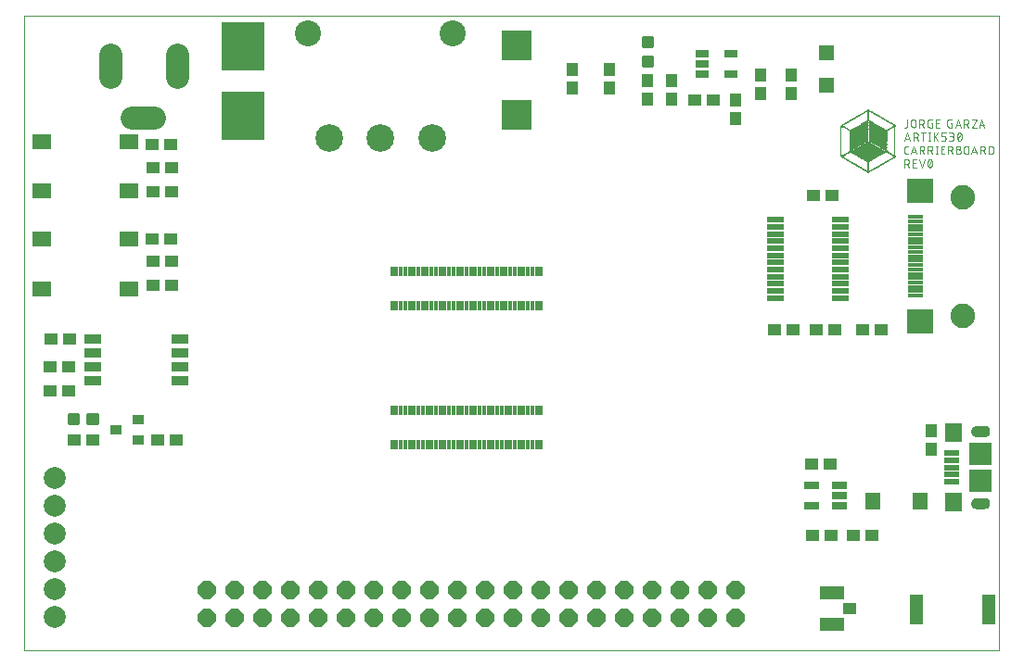
<source format=gts>
G04 EAGLE Gerber X2 export*
%TF.Part,Single*%
%TF.FileFunction,Other,Solder stop mask TOP*%
%TF.FilePolarity,Positive*%
%TF.GenerationSoftware,Autodesk,EAGLE,9.0.0*%
%TF.CreationDate,2018-08-23T05:20:42Z*%
G75*
%MOMM*%
%FSLAX34Y34*%
%LPD*%
%AMOC8*
5,1,8,0,0,1.08239X$1,22.5*%
G01*
%ADD10C,0.000000*%
%ADD11C,0.076200*%
%ADD12R,0.101600X0.025400*%
%ADD13R,0.152400X0.025400*%
%ADD14R,0.228600X0.025400*%
%ADD15R,0.304800X0.025400*%
%ADD16R,0.406400X0.025400*%
%ADD17R,0.482600X0.025400*%
%ADD18R,0.177800X0.025400*%
%ADD19R,0.203200X0.025400*%
%ADD20R,0.127000X0.025400*%
%ADD21R,0.279400X0.025400*%
%ADD22R,0.381000X0.025400*%
%ADD23R,0.457200X0.025400*%
%ADD24R,0.558800X0.025400*%
%ADD25R,0.635000X0.025400*%
%ADD26R,0.685800X0.025400*%
%ADD27R,0.812800X0.025400*%
%ADD28R,0.889000X0.025400*%
%ADD29R,0.965200X0.025400*%
%ADD30R,1.092200X0.025400*%
%ADD31R,1.193800X0.025400*%
%ADD32R,1.270000X0.025400*%
%ADD33R,1.346200X0.025400*%
%ADD34R,1.422400X0.025400*%
%ADD35R,1.473200X0.025400*%
%ADD36R,1.600200X0.025400*%
%ADD37R,1.651000X0.025400*%
%ADD38R,1.778000X0.025400*%
%ADD39R,1.854200X0.025400*%
%ADD40R,1.930400X0.025400*%
%ADD41R,0.254000X0.025400*%
%ADD42R,2.032000X0.025400*%
%ADD43R,2.108200X0.025400*%
%ADD44R,2.209800X0.025400*%
%ADD45R,0.076200X0.025400*%
%ADD46R,2.286000X0.025400*%
%ADD47R,2.387600X0.025400*%
%ADD48R,2.463800X0.025400*%
%ADD49R,2.540000X0.025400*%
%ADD50R,2.667000X0.025400*%
%ADD51R,2.743200X0.025400*%
%ADD52R,2.844800X0.025400*%
%ADD53R,2.895600X0.025400*%
%ADD54R,2.997200X0.025400*%
%ADD55R,3.124200X0.025400*%
%ADD56R,3.175000X0.025400*%
%ADD57R,3.403600X0.025400*%
%ADD58R,3.225800X0.025400*%
%ADD59R,0.025400X0.025400*%
%ADD60R,3.098800X0.025400*%
%ADD61R,0.050800X0.025400*%
%ADD62R,2.819400X0.025400*%
%ADD63R,2.641600X0.025400*%
%ADD64R,2.565400X0.025400*%
%ADD65R,2.489200X0.025400*%
%ADD66R,0.330200X0.025400*%
%ADD67R,2.336800X0.025400*%
%ADD68R,0.355600X0.025400*%
%ADD69R,2.184400X0.025400*%
%ADD70R,0.508000X0.025400*%
%ADD71R,2.057400X0.025400*%
%ADD72R,0.533400X0.025400*%
%ADD73R,1.955800X0.025400*%
%ADD74R,0.584200X0.025400*%
%ADD75R,1.879600X0.025400*%
%ADD76R,0.609600X0.025400*%
%ADD77R,0.660400X0.025400*%
%ADD78R,1.676400X0.025400*%
%ADD79R,0.711200X0.025400*%
%ADD80R,0.762000X0.025400*%
%ADD81R,1.524000X0.025400*%
%ADD82R,0.736600X0.025400*%
%ADD83R,0.787400X0.025400*%
%ADD84R,0.838200X0.025400*%
%ADD85R,0.939800X0.025400*%
%ADD86R,1.168400X0.025400*%
%ADD87R,1.041400X0.025400*%
%ADD88R,1.016000X0.025400*%
%ADD89R,1.066800X0.025400*%
%ADD90R,1.117600X0.025400*%
%ADD91R,1.143000X0.025400*%
%ADD92R,1.244600X0.025400*%
%ADD93R,1.295400X0.025400*%
%ADD94R,1.320800X0.025400*%
%ADD95R,1.397000X0.025400*%
%ADD96R,1.371600X0.025400*%
%ADD97R,1.498600X0.025400*%
%ADD98R,1.549400X0.025400*%
%ADD99R,1.625600X0.025400*%
%ADD100R,1.727200X0.025400*%
%ADD101R,1.701800X0.025400*%
%ADD102R,1.752600X0.025400*%
%ADD103R,1.447800X0.025400*%
%ADD104R,1.219200X0.025400*%
%ADD105R,0.990600X0.025400*%
%ADD106R,0.914400X0.025400*%
%ADD107R,0.863600X0.025400*%
%ADD108R,0.431800X0.025400*%
%ADD109R,0.327000X0.827000*%
%ADD110C,2.127000*%
%ADD111R,3.937000X4.367000*%
%ADD112C,2.527000*%
%ADD113C,2.377000*%
%ADD114R,2.827000X2.677000*%
%ADD115R,1.127000X1.227000*%
%ADD116C,0.338100*%
%ADD117R,1.227000X1.127000*%
%ADD118R,1.277000X0.727000*%
%ADD119R,1.427000X1.427000*%
%ADD120R,1.027000X0.927000*%
%ADD121R,1.527000X1.727000*%
%ADD122R,1.477000X0.527000*%
%ADD123R,2.027000X2.027000*%
%ADD124R,1.377000X0.347000*%
%ADD125R,2.427000X2.227000*%
%ADD126C,2.248000*%
%ADD127R,1.327000X0.727000*%
%ADD128R,1.397000X1.597000*%
%ADD129C,2.006600*%
%ADD130R,1.602000X0.577000*%
%ADD131P,1.787026X8X22.500000*%
%ADD132R,1.577000X0.877000*%
%ADD133R,1.677000X1.427000*%
%ADD134R,1.143000X2.667000*%
%ADD135R,2.327000X1.177000*%
%ADD136R,1.177000X1.127000*%

G36*
X987665Y335024D02*
X987665Y335024D01*
X987751Y335033D01*
X988517Y335232D01*
X988640Y335283D01*
X988726Y335312D01*
X989429Y335677D01*
X989537Y335754D01*
X989615Y335801D01*
X990219Y336313D01*
X990307Y336412D01*
X990373Y336476D01*
X990848Y337109D01*
X990911Y337225D01*
X990961Y337302D01*
X991283Y338025D01*
X991319Y338153D01*
X991351Y338239D01*
X991504Y339015D01*
X991511Y339148D01*
X991522Y339238D01*
X991499Y340030D01*
X991497Y340038D01*
X991498Y340046D01*
X991460Y340886D01*
X991435Y341017D01*
X991425Y341107D01*
X991200Y341918D01*
X991147Y342040D01*
X991117Y342126D01*
X990717Y342867D01*
X990639Y342973D01*
X990590Y343051D01*
X990036Y343684D01*
X989935Y343770D01*
X989870Y343835D01*
X989189Y344329D01*
X989072Y344391D01*
X988994Y344439D01*
X988220Y344769D01*
X988092Y344804D01*
X988006Y344834D01*
X987178Y344983D01*
X987078Y344987D01*
X987000Y344999D01*
X978500Y344999D01*
X978335Y344976D01*
X978249Y344967D01*
X977483Y344768D01*
X977360Y344717D01*
X977274Y344688D01*
X976571Y344323D01*
X976463Y344246D01*
X976385Y344199D01*
X975781Y343687D01*
X975693Y343588D01*
X975628Y343524D01*
X975152Y342891D01*
X975089Y342775D01*
X975039Y342698D01*
X974717Y341975D01*
X974681Y341847D01*
X974649Y341761D01*
X974496Y340985D01*
X974489Y340852D01*
X974478Y340762D01*
X974501Y339970D01*
X974503Y339962D01*
X974502Y339954D01*
X974540Y339114D01*
X974565Y338983D01*
X974575Y338893D01*
X974800Y338082D01*
X974853Y337960D01*
X974883Y337874D01*
X975283Y337133D01*
X975361Y337027D01*
X975410Y336949D01*
X975964Y336316D01*
X976065Y336230D01*
X976130Y336165D01*
X976811Y335671D01*
X976928Y335609D01*
X977006Y335561D01*
X977780Y335231D01*
X977908Y335196D01*
X977994Y335166D01*
X978822Y335017D01*
X978922Y335013D01*
X979000Y335001D01*
X987500Y335001D01*
X987665Y335024D01*
G37*
G36*
X987098Y269015D02*
X987098Y269015D01*
X987178Y269017D01*
X988006Y269166D01*
X988132Y269208D01*
X988220Y269231D01*
X988994Y269561D01*
X989108Y269629D01*
X989189Y269671D01*
X989870Y270165D01*
X989965Y270257D01*
X990036Y270316D01*
X990590Y270949D01*
X990662Y271060D01*
X990717Y271133D01*
X991117Y271874D01*
X991162Y271998D01*
X991200Y272082D01*
X991425Y272893D01*
X991442Y273024D01*
X991460Y273114D01*
X991498Y273954D01*
X991497Y273963D01*
X991499Y273970D01*
X991522Y274762D01*
X991508Y274893D01*
X991504Y274985D01*
X991351Y275761D01*
X991307Y275886D01*
X991283Y275975D01*
X990961Y276698D01*
X990890Y276810D01*
X990848Y276891D01*
X990373Y277524D01*
X990279Y277618D01*
X990219Y277687D01*
X989615Y278199D01*
X989503Y278270D01*
X989429Y278323D01*
X988726Y278688D01*
X988601Y278732D01*
X988517Y278768D01*
X987751Y278967D01*
X987586Y278986D01*
X987500Y278999D01*
X979000Y278999D01*
X978902Y278985D01*
X978822Y278983D01*
X977994Y278834D01*
X977868Y278792D01*
X977780Y278769D01*
X977006Y278439D01*
X976892Y278371D01*
X976811Y278329D01*
X976130Y277835D01*
X976035Y277743D01*
X975964Y277684D01*
X975410Y277051D01*
X975338Y276940D01*
X975283Y276867D01*
X974883Y276126D01*
X974838Y276002D01*
X974800Y275918D01*
X974575Y275107D01*
X974558Y274976D01*
X974540Y274886D01*
X974502Y274046D01*
X974503Y274037D01*
X974501Y274030D01*
X974478Y273238D01*
X974492Y273107D01*
X974496Y273015D01*
X974649Y272239D01*
X974693Y272114D01*
X974717Y272025D01*
X975039Y271302D01*
X975110Y271190D01*
X975152Y271109D01*
X975628Y270476D01*
X975721Y270382D01*
X975781Y270313D01*
X976385Y269801D01*
X976497Y269731D01*
X976571Y269677D01*
X977274Y269312D01*
X977399Y269268D01*
X977483Y269232D01*
X978249Y269033D01*
X978414Y269014D01*
X978500Y269001D01*
X987000Y269001D01*
X987098Y269015D01*
G37*
D10*
X110000Y140000D02*
X1000000Y140000D01*
X1000000Y720000D01*
X110000Y720000D01*
X110000Y140000D01*
D11*
X915998Y619456D02*
X915998Y625185D01*
X915998Y619456D02*
X915996Y619378D01*
X915991Y619300D01*
X915981Y619223D01*
X915968Y619146D01*
X915952Y619070D01*
X915932Y618995D01*
X915908Y618921D01*
X915881Y618848D01*
X915850Y618776D01*
X915816Y618706D01*
X915779Y618638D01*
X915738Y618571D01*
X915694Y618506D01*
X915648Y618444D01*
X915598Y618384D01*
X915546Y618326D01*
X915491Y618271D01*
X915433Y618219D01*
X915373Y618169D01*
X915311Y618123D01*
X915246Y618079D01*
X915180Y618038D01*
X915111Y618001D01*
X915041Y617967D01*
X914969Y617936D01*
X914896Y617909D01*
X914822Y617885D01*
X914747Y617865D01*
X914671Y617849D01*
X914594Y617836D01*
X914517Y617826D01*
X914439Y617821D01*
X914361Y617819D01*
X913543Y617819D01*
X919433Y619865D02*
X919433Y623139D01*
X919435Y623228D01*
X919441Y623317D01*
X919451Y623406D01*
X919464Y623494D01*
X919481Y623582D01*
X919503Y623669D01*
X919528Y623754D01*
X919556Y623839D01*
X919589Y623922D01*
X919625Y624004D01*
X919664Y624084D01*
X919707Y624162D01*
X919753Y624238D01*
X919803Y624313D01*
X919856Y624385D01*
X919912Y624454D01*
X919971Y624521D01*
X920032Y624586D01*
X920097Y624647D01*
X920164Y624706D01*
X920233Y624762D01*
X920305Y624815D01*
X920380Y624865D01*
X920456Y624911D01*
X920534Y624954D01*
X920614Y624993D01*
X920696Y625029D01*
X920779Y625062D01*
X920864Y625090D01*
X920949Y625115D01*
X921036Y625137D01*
X921124Y625154D01*
X921212Y625167D01*
X921301Y625177D01*
X921390Y625183D01*
X921479Y625185D01*
X921568Y625183D01*
X921657Y625177D01*
X921746Y625167D01*
X921834Y625154D01*
X921922Y625137D01*
X922009Y625115D01*
X922094Y625090D01*
X922179Y625062D01*
X922262Y625029D01*
X922344Y624993D01*
X922424Y624954D01*
X922502Y624911D01*
X922578Y624865D01*
X922653Y624815D01*
X922725Y624762D01*
X922794Y624706D01*
X922861Y624647D01*
X922926Y624586D01*
X922987Y624521D01*
X923046Y624454D01*
X923102Y624385D01*
X923155Y624313D01*
X923205Y624238D01*
X923251Y624162D01*
X923294Y624084D01*
X923333Y624004D01*
X923369Y623922D01*
X923402Y623839D01*
X923430Y623754D01*
X923455Y623669D01*
X923477Y623582D01*
X923494Y623494D01*
X923507Y623406D01*
X923517Y623317D01*
X923523Y623228D01*
X923525Y623139D01*
X923525Y619865D01*
X923523Y619776D01*
X923517Y619687D01*
X923507Y619598D01*
X923494Y619510D01*
X923477Y619422D01*
X923455Y619335D01*
X923430Y619250D01*
X923402Y619165D01*
X923369Y619082D01*
X923333Y619000D01*
X923294Y618920D01*
X923251Y618842D01*
X923205Y618766D01*
X923155Y618691D01*
X923102Y618619D01*
X923046Y618550D01*
X922987Y618483D01*
X922926Y618418D01*
X922861Y618357D01*
X922794Y618298D01*
X922725Y618242D01*
X922653Y618189D01*
X922578Y618139D01*
X922502Y618093D01*
X922424Y618050D01*
X922344Y618011D01*
X922262Y617975D01*
X922179Y617942D01*
X922094Y617914D01*
X922009Y617889D01*
X921922Y617867D01*
X921834Y617850D01*
X921746Y617837D01*
X921657Y617827D01*
X921568Y617821D01*
X921479Y617819D01*
X921390Y617821D01*
X921301Y617827D01*
X921212Y617837D01*
X921124Y617850D01*
X921036Y617867D01*
X920949Y617889D01*
X920864Y617914D01*
X920779Y617942D01*
X920696Y617975D01*
X920614Y618011D01*
X920534Y618050D01*
X920456Y618093D01*
X920380Y618139D01*
X920305Y618189D01*
X920233Y618242D01*
X920164Y618298D01*
X920097Y618357D01*
X920032Y618418D01*
X919971Y618483D01*
X919912Y618550D01*
X919856Y618619D01*
X919803Y618691D01*
X919753Y618766D01*
X919707Y618842D01*
X919664Y618920D01*
X919625Y619000D01*
X919589Y619082D01*
X919556Y619165D01*
X919528Y619250D01*
X919503Y619335D01*
X919481Y619422D01*
X919464Y619510D01*
X919451Y619598D01*
X919441Y619687D01*
X919435Y619776D01*
X919433Y619865D01*
X927043Y617819D02*
X927043Y625185D01*
X929089Y625185D01*
X929178Y625183D01*
X929267Y625177D01*
X929356Y625167D01*
X929444Y625154D01*
X929532Y625137D01*
X929619Y625115D01*
X929704Y625090D01*
X929789Y625062D01*
X929872Y625029D01*
X929954Y624993D01*
X930034Y624954D01*
X930112Y624911D01*
X930188Y624865D01*
X930263Y624815D01*
X930335Y624762D01*
X930404Y624706D01*
X930471Y624647D01*
X930536Y624586D01*
X930597Y624521D01*
X930656Y624454D01*
X930712Y624385D01*
X930765Y624313D01*
X930815Y624238D01*
X930861Y624162D01*
X930904Y624084D01*
X930943Y624004D01*
X930979Y623922D01*
X931012Y623839D01*
X931040Y623754D01*
X931065Y623669D01*
X931087Y623582D01*
X931104Y623494D01*
X931117Y623406D01*
X931127Y623317D01*
X931133Y623228D01*
X931135Y623139D01*
X931133Y623050D01*
X931127Y622961D01*
X931117Y622872D01*
X931104Y622784D01*
X931087Y622696D01*
X931065Y622609D01*
X931040Y622524D01*
X931012Y622439D01*
X930979Y622356D01*
X930943Y622274D01*
X930904Y622194D01*
X930861Y622116D01*
X930815Y622040D01*
X930765Y621965D01*
X930712Y621893D01*
X930656Y621824D01*
X930597Y621757D01*
X930536Y621692D01*
X930471Y621631D01*
X930404Y621572D01*
X930335Y621516D01*
X930263Y621463D01*
X930188Y621413D01*
X930112Y621367D01*
X930034Y621324D01*
X929954Y621285D01*
X929872Y621249D01*
X929789Y621216D01*
X929704Y621188D01*
X929619Y621163D01*
X929532Y621141D01*
X929444Y621124D01*
X929356Y621111D01*
X929267Y621101D01*
X929178Y621095D01*
X929089Y621093D01*
X927043Y621093D01*
X929498Y621093D02*
X931135Y617819D01*
X937415Y621911D02*
X938643Y621911D01*
X938643Y617819D01*
X936188Y617819D01*
X936110Y617821D01*
X936032Y617826D01*
X935955Y617836D01*
X935878Y617849D01*
X935802Y617865D01*
X935727Y617885D01*
X935653Y617909D01*
X935580Y617936D01*
X935508Y617967D01*
X935438Y618001D01*
X935370Y618038D01*
X935303Y618079D01*
X935238Y618123D01*
X935176Y618169D01*
X935116Y618219D01*
X935058Y618271D01*
X935003Y618326D01*
X934951Y618384D01*
X934901Y618444D01*
X934855Y618506D01*
X934811Y618571D01*
X934770Y618638D01*
X934733Y618706D01*
X934699Y618776D01*
X934668Y618848D01*
X934641Y618921D01*
X934617Y618995D01*
X934597Y619070D01*
X934581Y619146D01*
X934568Y619223D01*
X934558Y619300D01*
X934553Y619378D01*
X934551Y619456D01*
X934551Y623548D01*
X934553Y623628D01*
X934559Y623708D01*
X934569Y623788D01*
X934582Y623867D01*
X934600Y623946D01*
X934621Y624023D01*
X934647Y624099D01*
X934676Y624174D01*
X934708Y624248D01*
X934744Y624320D01*
X934784Y624390D01*
X934827Y624457D01*
X934873Y624523D01*
X934923Y624586D01*
X934975Y624647D01*
X935030Y624706D01*
X935089Y624761D01*
X935149Y624813D01*
X935213Y624863D01*
X935279Y624909D01*
X935346Y624952D01*
X935416Y624992D01*
X935488Y625028D01*
X935562Y625060D01*
X935636Y625089D01*
X935713Y625115D01*
X935790Y625136D01*
X935869Y625154D01*
X935948Y625167D01*
X936028Y625177D01*
X936108Y625183D01*
X936188Y625185D01*
X938643Y625185D01*
X942369Y617819D02*
X945643Y617819D01*
X942369Y617819D02*
X942369Y625185D01*
X945643Y625185D01*
X944825Y621911D02*
X942369Y621911D01*
X955460Y621911D02*
X956687Y621911D01*
X956687Y617819D01*
X954232Y617819D01*
X954154Y617821D01*
X954076Y617826D01*
X953999Y617836D01*
X953922Y617849D01*
X953846Y617865D01*
X953771Y617885D01*
X953697Y617909D01*
X953624Y617936D01*
X953552Y617967D01*
X953482Y618001D01*
X953414Y618038D01*
X953347Y618079D01*
X953282Y618123D01*
X953220Y618169D01*
X953160Y618219D01*
X953102Y618271D01*
X953047Y618326D01*
X952995Y618384D01*
X952945Y618444D01*
X952899Y618506D01*
X952855Y618571D01*
X952814Y618638D01*
X952777Y618706D01*
X952743Y618776D01*
X952712Y618848D01*
X952685Y618921D01*
X952661Y618995D01*
X952641Y619070D01*
X952625Y619146D01*
X952612Y619223D01*
X952602Y619300D01*
X952597Y619378D01*
X952595Y619456D01*
X952595Y623548D01*
X952597Y623628D01*
X952603Y623708D01*
X952613Y623788D01*
X952626Y623867D01*
X952644Y623946D01*
X952665Y624023D01*
X952691Y624099D01*
X952720Y624174D01*
X952752Y624248D01*
X952788Y624320D01*
X952828Y624390D01*
X952871Y624457D01*
X952917Y624523D01*
X952967Y624586D01*
X953019Y624647D01*
X953074Y624706D01*
X953133Y624761D01*
X953193Y624813D01*
X953257Y624863D01*
X953323Y624909D01*
X953390Y624952D01*
X953460Y624992D01*
X953532Y625028D01*
X953606Y625060D01*
X953680Y625089D01*
X953757Y625115D01*
X953834Y625136D01*
X953913Y625154D01*
X953992Y625167D01*
X954072Y625177D01*
X954152Y625183D01*
X954232Y625185D01*
X956687Y625185D01*
X962200Y625185D02*
X959745Y617819D01*
X964655Y617819D02*
X962200Y625185D01*
X960359Y619661D02*
X964042Y619661D01*
X967764Y617819D02*
X967764Y625185D01*
X969810Y625185D01*
X969899Y625183D01*
X969988Y625177D01*
X970077Y625167D01*
X970165Y625154D01*
X970253Y625137D01*
X970340Y625115D01*
X970425Y625090D01*
X970510Y625062D01*
X970593Y625029D01*
X970675Y624993D01*
X970755Y624954D01*
X970833Y624911D01*
X970909Y624865D01*
X970984Y624815D01*
X971056Y624762D01*
X971125Y624706D01*
X971192Y624647D01*
X971257Y624586D01*
X971318Y624521D01*
X971377Y624454D01*
X971433Y624385D01*
X971486Y624313D01*
X971536Y624238D01*
X971582Y624162D01*
X971625Y624084D01*
X971664Y624004D01*
X971700Y623922D01*
X971733Y623839D01*
X971761Y623754D01*
X971786Y623669D01*
X971808Y623582D01*
X971825Y623494D01*
X971838Y623406D01*
X971848Y623317D01*
X971854Y623228D01*
X971856Y623139D01*
X971854Y623050D01*
X971848Y622961D01*
X971838Y622872D01*
X971825Y622784D01*
X971808Y622696D01*
X971786Y622609D01*
X971761Y622524D01*
X971733Y622439D01*
X971700Y622356D01*
X971664Y622274D01*
X971625Y622194D01*
X971582Y622116D01*
X971536Y622040D01*
X971486Y621965D01*
X971433Y621893D01*
X971377Y621824D01*
X971318Y621757D01*
X971257Y621692D01*
X971192Y621631D01*
X971125Y621572D01*
X971056Y621516D01*
X970984Y621463D01*
X970909Y621413D01*
X970833Y621367D01*
X970755Y621324D01*
X970675Y621285D01*
X970593Y621249D01*
X970510Y621216D01*
X970425Y621188D01*
X970340Y621163D01*
X970253Y621141D01*
X970165Y621124D01*
X970077Y621111D01*
X969988Y621101D01*
X969899Y621095D01*
X969810Y621093D01*
X967764Y621093D01*
X970219Y621093D02*
X971856Y617819D01*
X974784Y625185D02*
X978877Y625185D01*
X974784Y617819D01*
X978877Y617819D01*
X981446Y617819D02*
X983902Y625185D01*
X986357Y617819D01*
X985743Y619661D02*
X982060Y619661D01*
X915998Y612993D02*
X913543Y605627D01*
X918454Y605627D02*
X915998Y612993D01*
X914157Y607469D02*
X917840Y607469D01*
X921562Y605627D02*
X921562Y612993D01*
X923609Y612993D01*
X923698Y612991D01*
X923787Y612985D01*
X923876Y612975D01*
X923964Y612962D01*
X924052Y612945D01*
X924139Y612923D01*
X924224Y612898D01*
X924309Y612870D01*
X924392Y612837D01*
X924474Y612801D01*
X924554Y612762D01*
X924632Y612719D01*
X924708Y612673D01*
X924783Y612623D01*
X924855Y612570D01*
X924924Y612514D01*
X924991Y612455D01*
X925056Y612394D01*
X925117Y612329D01*
X925176Y612262D01*
X925232Y612193D01*
X925285Y612121D01*
X925335Y612046D01*
X925381Y611970D01*
X925424Y611892D01*
X925463Y611812D01*
X925499Y611730D01*
X925532Y611647D01*
X925560Y611562D01*
X925585Y611477D01*
X925607Y611390D01*
X925624Y611302D01*
X925637Y611214D01*
X925647Y611125D01*
X925653Y611036D01*
X925655Y610947D01*
X925653Y610858D01*
X925647Y610769D01*
X925637Y610680D01*
X925624Y610592D01*
X925607Y610504D01*
X925585Y610417D01*
X925560Y610332D01*
X925532Y610247D01*
X925499Y610164D01*
X925463Y610082D01*
X925424Y610002D01*
X925381Y609924D01*
X925335Y609848D01*
X925285Y609773D01*
X925232Y609701D01*
X925176Y609632D01*
X925117Y609565D01*
X925056Y609500D01*
X924991Y609439D01*
X924924Y609380D01*
X924855Y609324D01*
X924783Y609271D01*
X924708Y609221D01*
X924632Y609175D01*
X924554Y609132D01*
X924474Y609093D01*
X924392Y609057D01*
X924309Y609024D01*
X924224Y608996D01*
X924139Y608971D01*
X924052Y608949D01*
X923964Y608932D01*
X923876Y608919D01*
X923787Y608909D01*
X923698Y608903D01*
X923609Y608901D01*
X921562Y608901D01*
X924018Y608901D02*
X925655Y605627D01*
X930385Y605627D02*
X930385Y612993D01*
X928339Y612993D02*
X932431Y612993D01*
X935749Y612993D02*
X935749Y605627D01*
X934931Y605627D02*
X936568Y605627D01*
X936568Y612993D02*
X934931Y612993D01*
X939917Y612993D02*
X939917Y605627D01*
X939917Y608492D02*
X944009Y612993D01*
X941554Y610128D02*
X944009Y605627D01*
X946871Y605627D02*
X949326Y605627D01*
X949404Y605629D01*
X949482Y605634D01*
X949559Y605644D01*
X949636Y605657D01*
X949712Y605673D01*
X949787Y605693D01*
X949861Y605717D01*
X949934Y605744D01*
X950006Y605775D01*
X950076Y605809D01*
X950145Y605846D01*
X950211Y605887D01*
X950276Y605931D01*
X950338Y605977D01*
X950398Y606027D01*
X950456Y606079D01*
X950511Y606134D01*
X950563Y606192D01*
X950613Y606252D01*
X950659Y606314D01*
X950703Y606379D01*
X950744Y606446D01*
X950781Y606514D01*
X950815Y606584D01*
X950846Y606656D01*
X950873Y606729D01*
X950897Y606803D01*
X950917Y606878D01*
X950933Y606954D01*
X950946Y607031D01*
X950956Y607108D01*
X950961Y607186D01*
X950963Y607264D01*
X950963Y608082D01*
X950961Y608160D01*
X950956Y608238D01*
X950946Y608315D01*
X950933Y608392D01*
X950917Y608468D01*
X950897Y608543D01*
X950873Y608617D01*
X950846Y608690D01*
X950815Y608762D01*
X950781Y608832D01*
X950744Y608901D01*
X950703Y608967D01*
X950659Y609032D01*
X950613Y609094D01*
X950563Y609154D01*
X950511Y609212D01*
X950456Y609267D01*
X950398Y609319D01*
X950338Y609369D01*
X950276Y609415D01*
X950211Y609459D01*
X950145Y609500D01*
X950076Y609537D01*
X950006Y609571D01*
X949934Y609602D01*
X949861Y609629D01*
X949787Y609653D01*
X949712Y609673D01*
X949636Y609689D01*
X949559Y609702D01*
X949482Y609712D01*
X949404Y609717D01*
X949326Y609719D01*
X946871Y609719D01*
X946871Y612993D01*
X950963Y612993D01*
X954186Y605627D02*
X956232Y605627D01*
X956321Y605629D01*
X956410Y605635D01*
X956499Y605645D01*
X956587Y605658D01*
X956675Y605675D01*
X956762Y605697D01*
X956847Y605722D01*
X956932Y605750D01*
X957015Y605783D01*
X957097Y605819D01*
X957177Y605858D01*
X957255Y605901D01*
X957331Y605947D01*
X957406Y605997D01*
X957478Y606050D01*
X957547Y606106D01*
X957614Y606165D01*
X957679Y606226D01*
X957740Y606291D01*
X957799Y606358D01*
X957855Y606427D01*
X957908Y606499D01*
X957958Y606574D01*
X958004Y606650D01*
X958047Y606728D01*
X958086Y606808D01*
X958122Y606890D01*
X958155Y606973D01*
X958183Y607058D01*
X958208Y607143D01*
X958230Y607230D01*
X958247Y607318D01*
X958260Y607406D01*
X958270Y607495D01*
X958276Y607584D01*
X958278Y607673D01*
X958276Y607762D01*
X958270Y607851D01*
X958260Y607940D01*
X958247Y608028D01*
X958230Y608116D01*
X958208Y608203D01*
X958183Y608288D01*
X958155Y608373D01*
X958122Y608456D01*
X958086Y608538D01*
X958047Y608618D01*
X958004Y608696D01*
X957958Y608772D01*
X957908Y608847D01*
X957855Y608919D01*
X957799Y608988D01*
X957740Y609055D01*
X957679Y609120D01*
X957614Y609181D01*
X957547Y609240D01*
X957478Y609296D01*
X957406Y609349D01*
X957331Y609399D01*
X957255Y609445D01*
X957177Y609488D01*
X957097Y609527D01*
X957015Y609563D01*
X956932Y609596D01*
X956847Y609624D01*
X956762Y609649D01*
X956675Y609671D01*
X956587Y609688D01*
X956499Y609701D01*
X956410Y609711D01*
X956321Y609717D01*
X956232Y609719D01*
X956641Y612993D02*
X954186Y612993D01*
X956641Y612993D02*
X956720Y612991D01*
X956799Y612985D01*
X956878Y612976D01*
X956956Y612963D01*
X957033Y612945D01*
X957109Y612925D01*
X957184Y612900D01*
X957258Y612872D01*
X957331Y612841D01*
X957402Y612805D01*
X957471Y612767D01*
X957538Y612725D01*
X957603Y612680D01*
X957666Y612632D01*
X957727Y612581D01*
X957784Y612527D01*
X957840Y612471D01*
X957892Y612412D01*
X957942Y612350D01*
X957988Y612286D01*
X958032Y612220D01*
X958072Y612152D01*
X958108Y612082D01*
X958142Y612010D01*
X958172Y611936D01*
X958198Y611862D01*
X958221Y611786D01*
X958239Y611709D01*
X958255Y611632D01*
X958266Y611553D01*
X958274Y611475D01*
X958278Y611396D01*
X958278Y611316D01*
X958274Y611237D01*
X958266Y611159D01*
X958255Y611080D01*
X958239Y611003D01*
X958221Y610926D01*
X958198Y610850D01*
X958172Y610776D01*
X958142Y610702D01*
X958108Y610630D01*
X958072Y610560D01*
X958032Y610492D01*
X957988Y610426D01*
X957942Y610362D01*
X957892Y610300D01*
X957840Y610241D01*
X957784Y610185D01*
X957727Y610131D01*
X957666Y610080D01*
X957603Y610032D01*
X957538Y609987D01*
X957471Y609945D01*
X957402Y609907D01*
X957331Y609871D01*
X957258Y609840D01*
X957184Y609812D01*
X957109Y609787D01*
X957033Y609767D01*
X956956Y609749D01*
X956878Y609736D01*
X956799Y609727D01*
X956720Y609721D01*
X956641Y609719D01*
X955004Y609719D01*
X961501Y609310D02*
X961503Y609463D01*
X961509Y609616D01*
X961518Y609768D01*
X961532Y609921D01*
X961549Y610073D01*
X961570Y610224D01*
X961595Y610375D01*
X961624Y610525D01*
X961656Y610675D01*
X961693Y610823D01*
X961733Y610971D01*
X961776Y611118D01*
X961824Y611263D01*
X961875Y611407D01*
X961929Y611550D01*
X961988Y611692D01*
X962049Y611831D01*
X962115Y611970D01*
X962141Y612040D01*
X962171Y612110D01*
X962204Y612177D01*
X962240Y612243D01*
X962279Y612307D01*
X962322Y612369D01*
X962368Y612428D01*
X962416Y612486D01*
X962467Y612540D01*
X962521Y612593D01*
X962578Y612642D01*
X962637Y612689D01*
X962698Y612732D01*
X962761Y612773D01*
X962826Y612810D01*
X962893Y612845D01*
X962962Y612875D01*
X963032Y612903D01*
X963103Y612926D01*
X963175Y612947D01*
X963248Y612963D01*
X963322Y612976D01*
X963397Y612986D01*
X963472Y612991D01*
X963547Y612993D01*
X963622Y612991D01*
X963697Y612986D01*
X963772Y612976D01*
X963846Y612963D01*
X963919Y612947D01*
X963991Y612926D01*
X964062Y612903D01*
X964132Y612875D01*
X964201Y612845D01*
X964268Y612810D01*
X964333Y612773D01*
X964396Y612732D01*
X964457Y612689D01*
X964516Y612642D01*
X964573Y612593D01*
X964627Y612540D01*
X964678Y612486D01*
X964727Y612428D01*
X964772Y612369D01*
X964815Y612307D01*
X964854Y612243D01*
X964891Y612177D01*
X964923Y612109D01*
X964953Y612040D01*
X964979Y611970D01*
X965044Y611832D01*
X965106Y611692D01*
X965164Y611550D01*
X965219Y611407D01*
X965270Y611263D01*
X965318Y611118D01*
X965361Y610971D01*
X965401Y610824D01*
X965438Y610675D01*
X965470Y610525D01*
X965499Y610375D01*
X965524Y610224D01*
X965545Y610073D01*
X965562Y609921D01*
X965576Y609768D01*
X965585Y609616D01*
X965591Y609463D01*
X965593Y609310D01*
X961501Y609310D02*
X961503Y609157D01*
X961509Y609004D01*
X961518Y608851D01*
X961532Y608699D01*
X961549Y608547D01*
X961570Y608396D01*
X961595Y608245D01*
X961624Y608094D01*
X961656Y607945D01*
X961693Y607796D01*
X961733Y607649D01*
X961776Y607502D01*
X961824Y607357D01*
X961875Y607212D01*
X961930Y607070D01*
X961988Y606928D01*
X962050Y606788D01*
X962115Y606650D01*
X962141Y606579D01*
X962171Y606510D01*
X962204Y606443D01*
X962240Y606377D01*
X962279Y606313D01*
X962322Y606251D01*
X962368Y606192D01*
X962416Y606134D01*
X962467Y606080D01*
X962521Y606027D01*
X962578Y605978D01*
X962637Y605931D01*
X962698Y605888D01*
X962761Y605847D01*
X962826Y605810D01*
X962893Y605775D01*
X962962Y605745D01*
X963032Y605717D01*
X963103Y605694D01*
X963175Y605673D01*
X963248Y605657D01*
X963322Y605644D01*
X963397Y605634D01*
X963472Y605629D01*
X963547Y605627D01*
X964979Y606650D02*
X965044Y606788D01*
X965106Y606928D01*
X965164Y607070D01*
X965219Y607213D01*
X965270Y607357D01*
X965318Y607502D01*
X965361Y607649D01*
X965401Y607797D01*
X965438Y607945D01*
X965470Y608095D01*
X965499Y608245D01*
X965524Y608396D01*
X965545Y608547D01*
X965562Y608699D01*
X965576Y608852D01*
X965585Y609004D01*
X965591Y609157D01*
X965593Y609310D01*
X964979Y606650D02*
X964953Y606580D01*
X964923Y606510D01*
X964891Y606443D01*
X964854Y606377D01*
X964815Y606313D01*
X964772Y606251D01*
X964726Y606192D01*
X964678Y606134D01*
X964627Y606080D01*
X964573Y606027D01*
X964516Y605978D01*
X964457Y605931D01*
X964396Y605888D01*
X964333Y605847D01*
X964268Y605810D01*
X964201Y605775D01*
X964132Y605745D01*
X964062Y605717D01*
X963991Y605694D01*
X963919Y605673D01*
X963846Y605657D01*
X963772Y605644D01*
X963697Y605634D01*
X963622Y605629D01*
X963547Y605627D01*
X961910Y607264D02*
X965184Y611356D01*
X916817Y593435D02*
X915180Y593435D01*
X915102Y593437D01*
X915024Y593442D01*
X914947Y593452D01*
X914870Y593465D01*
X914794Y593481D01*
X914719Y593501D01*
X914645Y593525D01*
X914572Y593552D01*
X914500Y593583D01*
X914430Y593617D01*
X914362Y593654D01*
X914295Y593695D01*
X914230Y593739D01*
X914168Y593785D01*
X914108Y593835D01*
X914050Y593887D01*
X913995Y593942D01*
X913943Y594000D01*
X913893Y594060D01*
X913847Y594122D01*
X913803Y594187D01*
X913762Y594254D01*
X913725Y594322D01*
X913691Y594392D01*
X913660Y594464D01*
X913633Y594537D01*
X913609Y594611D01*
X913589Y594686D01*
X913573Y594762D01*
X913560Y594839D01*
X913550Y594916D01*
X913545Y594994D01*
X913543Y595072D01*
X913543Y599164D01*
X913545Y599244D01*
X913551Y599324D01*
X913561Y599404D01*
X913574Y599483D01*
X913592Y599562D01*
X913613Y599639D01*
X913639Y599715D01*
X913668Y599790D01*
X913700Y599864D01*
X913736Y599936D01*
X913776Y600006D01*
X913819Y600073D01*
X913865Y600139D01*
X913915Y600202D01*
X913967Y600263D01*
X914022Y600322D01*
X914081Y600377D01*
X914141Y600429D01*
X914205Y600479D01*
X914271Y600525D01*
X914338Y600568D01*
X914408Y600608D01*
X914480Y600644D01*
X914554Y600676D01*
X914628Y600705D01*
X914705Y600731D01*
X914782Y600752D01*
X914861Y600770D01*
X914940Y600783D01*
X915020Y600793D01*
X915100Y600799D01*
X915180Y600801D01*
X916817Y600801D01*
X921708Y600801D02*
X919253Y593435D01*
X924163Y593435D02*
X921708Y600801D01*
X919867Y595277D02*
X923550Y595277D01*
X927272Y593435D02*
X927272Y600801D01*
X929318Y600801D01*
X929407Y600799D01*
X929496Y600793D01*
X929585Y600783D01*
X929673Y600770D01*
X929761Y600753D01*
X929848Y600731D01*
X929933Y600706D01*
X930018Y600678D01*
X930101Y600645D01*
X930183Y600609D01*
X930263Y600570D01*
X930341Y600527D01*
X930417Y600481D01*
X930492Y600431D01*
X930564Y600378D01*
X930633Y600322D01*
X930700Y600263D01*
X930765Y600202D01*
X930826Y600137D01*
X930885Y600070D01*
X930941Y600001D01*
X930994Y599929D01*
X931044Y599854D01*
X931090Y599778D01*
X931133Y599700D01*
X931172Y599620D01*
X931208Y599538D01*
X931241Y599455D01*
X931269Y599370D01*
X931294Y599285D01*
X931316Y599198D01*
X931333Y599110D01*
X931346Y599022D01*
X931356Y598933D01*
X931362Y598844D01*
X931364Y598755D01*
X931362Y598666D01*
X931356Y598577D01*
X931346Y598488D01*
X931333Y598400D01*
X931316Y598312D01*
X931294Y598225D01*
X931269Y598140D01*
X931241Y598055D01*
X931208Y597972D01*
X931172Y597890D01*
X931133Y597810D01*
X931090Y597732D01*
X931044Y597656D01*
X930994Y597581D01*
X930941Y597509D01*
X930885Y597440D01*
X930826Y597373D01*
X930765Y597308D01*
X930700Y597247D01*
X930633Y597188D01*
X930564Y597132D01*
X930492Y597079D01*
X930417Y597029D01*
X930341Y596983D01*
X930263Y596940D01*
X930183Y596901D01*
X930101Y596865D01*
X930018Y596832D01*
X929933Y596804D01*
X929848Y596779D01*
X929761Y596757D01*
X929673Y596740D01*
X929585Y596727D01*
X929496Y596717D01*
X929407Y596711D01*
X929318Y596709D01*
X927272Y596709D01*
X929728Y596709D02*
X931364Y593435D01*
X934831Y593435D02*
X934831Y600801D01*
X936877Y600801D01*
X936966Y600799D01*
X937055Y600793D01*
X937144Y600783D01*
X937232Y600770D01*
X937320Y600753D01*
X937407Y600731D01*
X937492Y600706D01*
X937577Y600678D01*
X937660Y600645D01*
X937742Y600609D01*
X937822Y600570D01*
X937900Y600527D01*
X937976Y600481D01*
X938051Y600431D01*
X938123Y600378D01*
X938192Y600322D01*
X938259Y600263D01*
X938324Y600202D01*
X938385Y600137D01*
X938444Y600070D01*
X938500Y600001D01*
X938553Y599929D01*
X938603Y599854D01*
X938649Y599778D01*
X938692Y599700D01*
X938731Y599620D01*
X938767Y599538D01*
X938800Y599455D01*
X938828Y599370D01*
X938853Y599285D01*
X938875Y599198D01*
X938892Y599110D01*
X938905Y599022D01*
X938915Y598933D01*
X938921Y598844D01*
X938923Y598755D01*
X938921Y598666D01*
X938915Y598577D01*
X938905Y598488D01*
X938892Y598400D01*
X938875Y598312D01*
X938853Y598225D01*
X938828Y598140D01*
X938800Y598055D01*
X938767Y597972D01*
X938731Y597890D01*
X938692Y597810D01*
X938649Y597732D01*
X938603Y597656D01*
X938553Y597581D01*
X938500Y597509D01*
X938444Y597440D01*
X938385Y597373D01*
X938324Y597308D01*
X938259Y597247D01*
X938192Y597188D01*
X938123Y597132D01*
X938051Y597079D01*
X937976Y597029D01*
X937900Y596983D01*
X937822Y596940D01*
X937742Y596901D01*
X937660Y596865D01*
X937577Y596832D01*
X937492Y596804D01*
X937407Y596779D01*
X937320Y596757D01*
X937232Y596740D01*
X937144Y596727D01*
X937055Y596717D01*
X936966Y596711D01*
X936877Y596709D01*
X934831Y596709D01*
X937287Y596709D02*
X938923Y593435D01*
X942678Y593435D02*
X942678Y600801D01*
X941860Y593435D02*
X943497Y593435D01*
X943497Y600801D02*
X941860Y600801D01*
X946744Y593435D02*
X950018Y593435D01*
X946744Y593435D02*
X946744Y600801D01*
X950018Y600801D01*
X949199Y597527D02*
X946744Y597527D01*
X953119Y600801D02*
X953119Y593435D01*
X953119Y600801D02*
X955165Y600801D01*
X955254Y600799D01*
X955343Y600793D01*
X955432Y600783D01*
X955520Y600770D01*
X955608Y600753D01*
X955695Y600731D01*
X955780Y600706D01*
X955865Y600678D01*
X955948Y600645D01*
X956030Y600609D01*
X956110Y600570D01*
X956188Y600527D01*
X956264Y600481D01*
X956339Y600431D01*
X956411Y600378D01*
X956480Y600322D01*
X956547Y600263D01*
X956612Y600202D01*
X956673Y600137D01*
X956732Y600070D01*
X956788Y600001D01*
X956841Y599929D01*
X956891Y599854D01*
X956937Y599778D01*
X956980Y599700D01*
X957019Y599620D01*
X957055Y599538D01*
X957088Y599455D01*
X957116Y599370D01*
X957141Y599285D01*
X957163Y599198D01*
X957180Y599110D01*
X957193Y599022D01*
X957203Y598933D01*
X957209Y598844D01*
X957211Y598755D01*
X957209Y598666D01*
X957203Y598577D01*
X957193Y598488D01*
X957180Y598400D01*
X957163Y598312D01*
X957141Y598225D01*
X957116Y598140D01*
X957088Y598055D01*
X957055Y597972D01*
X957019Y597890D01*
X956980Y597810D01*
X956937Y597732D01*
X956891Y597656D01*
X956841Y597581D01*
X956788Y597509D01*
X956732Y597440D01*
X956673Y597373D01*
X956612Y597308D01*
X956547Y597247D01*
X956480Y597188D01*
X956411Y597132D01*
X956339Y597079D01*
X956264Y597029D01*
X956188Y596983D01*
X956110Y596940D01*
X956030Y596901D01*
X955948Y596865D01*
X955865Y596832D01*
X955780Y596804D01*
X955695Y596779D01*
X955608Y596757D01*
X955520Y596740D01*
X955432Y596727D01*
X955343Y596717D01*
X955254Y596711D01*
X955165Y596709D01*
X953119Y596709D01*
X955575Y596709D02*
X957211Y593435D01*
X960745Y597527D02*
X962791Y597527D01*
X962880Y597525D01*
X962969Y597519D01*
X963058Y597509D01*
X963146Y597496D01*
X963234Y597479D01*
X963321Y597457D01*
X963406Y597432D01*
X963491Y597404D01*
X963574Y597371D01*
X963656Y597335D01*
X963736Y597296D01*
X963814Y597253D01*
X963890Y597207D01*
X963965Y597157D01*
X964037Y597104D01*
X964106Y597048D01*
X964173Y596989D01*
X964238Y596928D01*
X964299Y596863D01*
X964358Y596796D01*
X964414Y596727D01*
X964467Y596655D01*
X964517Y596580D01*
X964563Y596504D01*
X964606Y596426D01*
X964645Y596346D01*
X964681Y596264D01*
X964714Y596181D01*
X964742Y596096D01*
X964767Y596011D01*
X964789Y595924D01*
X964806Y595836D01*
X964819Y595748D01*
X964829Y595659D01*
X964835Y595570D01*
X964837Y595481D01*
X964835Y595392D01*
X964829Y595303D01*
X964819Y595214D01*
X964806Y595126D01*
X964789Y595038D01*
X964767Y594951D01*
X964742Y594866D01*
X964714Y594781D01*
X964681Y594698D01*
X964645Y594616D01*
X964606Y594536D01*
X964563Y594458D01*
X964517Y594382D01*
X964467Y594307D01*
X964414Y594235D01*
X964358Y594166D01*
X964299Y594099D01*
X964238Y594034D01*
X964173Y593973D01*
X964106Y593914D01*
X964037Y593858D01*
X963965Y593805D01*
X963890Y593755D01*
X963814Y593709D01*
X963736Y593666D01*
X963656Y593627D01*
X963574Y593591D01*
X963491Y593558D01*
X963406Y593530D01*
X963321Y593505D01*
X963234Y593483D01*
X963146Y593466D01*
X963058Y593453D01*
X962969Y593443D01*
X962880Y593437D01*
X962791Y593435D01*
X960745Y593435D01*
X960745Y600801D01*
X962791Y600801D01*
X962870Y600799D01*
X962949Y600793D01*
X963028Y600784D01*
X963106Y600771D01*
X963183Y600753D01*
X963259Y600733D01*
X963334Y600708D01*
X963408Y600680D01*
X963481Y600649D01*
X963552Y600613D01*
X963621Y600575D01*
X963688Y600533D01*
X963753Y600488D01*
X963816Y600440D01*
X963877Y600389D01*
X963934Y600335D01*
X963990Y600279D01*
X964042Y600220D01*
X964092Y600158D01*
X964138Y600094D01*
X964182Y600028D01*
X964222Y599960D01*
X964258Y599890D01*
X964292Y599818D01*
X964322Y599744D01*
X964348Y599670D01*
X964371Y599594D01*
X964389Y599517D01*
X964405Y599440D01*
X964416Y599361D01*
X964424Y599283D01*
X964428Y599204D01*
X964428Y599124D01*
X964424Y599045D01*
X964416Y598967D01*
X964405Y598888D01*
X964389Y598811D01*
X964371Y598734D01*
X964348Y598658D01*
X964322Y598584D01*
X964292Y598510D01*
X964258Y598438D01*
X964222Y598368D01*
X964182Y598300D01*
X964138Y598234D01*
X964092Y598170D01*
X964042Y598108D01*
X963990Y598049D01*
X963934Y597993D01*
X963877Y597939D01*
X963816Y597888D01*
X963753Y597840D01*
X963688Y597795D01*
X963621Y597753D01*
X963552Y597715D01*
X963481Y597679D01*
X963408Y597648D01*
X963334Y597620D01*
X963259Y597595D01*
X963183Y597575D01*
X963106Y597557D01*
X963028Y597544D01*
X962949Y597535D01*
X962870Y597529D01*
X962791Y597527D01*
X967698Y598755D02*
X967698Y595481D01*
X967699Y598755D02*
X967701Y598844D01*
X967707Y598933D01*
X967717Y599022D01*
X967730Y599110D01*
X967747Y599198D01*
X967769Y599285D01*
X967794Y599370D01*
X967822Y599455D01*
X967855Y599538D01*
X967891Y599620D01*
X967930Y599700D01*
X967973Y599778D01*
X968019Y599854D01*
X968069Y599929D01*
X968122Y600001D01*
X968178Y600070D01*
X968237Y600137D01*
X968298Y600202D01*
X968363Y600263D01*
X968430Y600322D01*
X968499Y600378D01*
X968571Y600431D01*
X968646Y600481D01*
X968722Y600527D01*
X968800Y600570D01*
X968880Y600609D01*
X968962Y600645D01*
X969045Y600678D01*
X969130Y600706D01*
X969215Y600731D01*
X969302Y600753D01*
X969390Y600770D01*
X969478Y600783D01*
X969567Y600793D01*
X969656Y600799D01*
X969745Y600801D01*
X969834Y600799D01*
X969923Y600793D01*
X970012Y600783D01*
X970100Y600770D01*
X970188Y600753D01*
X970275Y600731D01*
X970360Y600706D01*
X970445Y600678D01*
X970528Y600645D01*
X970610Y600609D01*
X970690Y600570D01*
X970768Y600527D01*
X970844Y600481D01*
X970919Y600431D01*
X970991Y600378D01*
X971060Y600322D01*
X971127Y600263D01*
X971192Y600202D01*
X971253Y600137D01*
X971312Y600070D01*
X971368Y600001D01*
X971421Y599929D01*
X971471Y599854D01*
X971517Y599778D01*
X971560Y599700D01*
X971599Y599620D01*
X971635Y599538D01*
X971668Y599455D01*
X971696Y599370D01*
X971721Y599285D01*
X971743Y599198D01*
X971760Y599110D01*
X971773Y599022D01*
X971783Y598933D01*
X971789Y598844D01*
X971791Y598755D01*
X971791Y595481D01*
X971789Y595392D01*
X971783Y595303D01*
X971773Y595214D01*
X971760Y595126D01*
X971743Y595038D01*
X971721Y594951D01*
X971696Y594866D01*
X971668Y594781D01*
X971635Y594698D01*
X971599Y594616D01*
X971560Y594536D01*
X971517Y594458D01*
X971471Y594382D01*
X971421Y594307D01*
X971368Y594235D01*
X971312Y594166D01*
X971253Y594099D01*
X971192Y594034D01*
X971127Y593973D01*
X971060Y593914D01*
X970991Y593858D01*
X970919Y593805D01*
X970844Y593755D01*
X970768Y593709D01*
X970690Y593666D01*
X970610Y593627D01*
X970528Y593591D01*
X970445Y593558D01*
X970360Y593530D01*
X970275Y593505D01*
X970188Y593483D01*
X970100Y593466D01*
X970012Y593453D01*
X969923Y593443D01*
X969834Y593437D01*
X969745Y593435D01*
X969656Y593437D01*
X969567Y593443D01*
X969478Y593453D01*
X969390Y593466D01*
X969302Y593483D01*
X969215Y593505D01*
X969130Y593530D01*
X969045Y593558D01*
X968962Y593591D01*
X968880Y593627D01*
X968800Y593666D01*
X968722Y593709D01*
X968646Y593755D01*
X968571Y593805D01*
X968499Y593858D01*
X968430Y593914D01*
X968363Y593973D01*
X968298Y594034D01*
X968237Y594099D01*
X968178Y594166D01*
X968122Y594235D01*
X968069Y594307D01*
X968019Y594382D01*
X967973Y594458D01*
X967930Y594536D01*
X967891Y594616D01*
X967855Y594698D01*
X967822Y594781D01*
X967794Y594866D01*
X967769Y594951D01*
X967747Y595038D01*
X967730Y595126D01*
X967717Y595214D01*
X967707Y595303D01*
X967701Y595392D01*
X967699Y595481D01*
X974604Y593435D02*
X977060Y600801D01*
X979515Y593435D01*
X978901Y595277D02*
X975218Y595277D01*
X982624Y593435D02*
X982624Y600801D01*
X984670Y600801D01*
X984759Y600799D01*
X984848Y600793D01*
X984937Y600783D01*
X985025Y600770D01*
X985113Y600753D01*
X985200Y600731D01*
X985285Y600706D01*
X985370Y600678D01*
X985453Y600645D01*
X985535Y600609D01*
X985615Y600570D01*
X985693Y600527D01*
X985769Y600481D01*
X985844Y600431D01*
X985916Y600378D01*
X985985Y600322D01*
X986052Y600263D01*
X986117Y600202D01*
X986178Y600137D01*
X986237Y600070D01*
X986293Y600001D01*
X986346Y599929D01*
X986396Y599854D01*
X986442Y599778D01*
X986485Y599700D01*
X986524Y599620D01*
X986560Y599538D01*
X986593Y599455D01*
X986621Y599370D01*
X986646Y599285D01*
X986668Y599198D01*
X986685Y599110D01*
X986698Y599022D01*
X986708Y598933D01*
X986714Y598844D01*
X986716Y598755D01*
X986714Y598666D01*
X986708Y598577D01*
X986698Y598488D01*
X986685Y598400D01*
X986668Y598312D01*
X986646Y598225D01*
X986621Y598140D01*
X986593Y598055D01*
X986560Y597972D01*
X986524Y597890D01*
X986485Y597810D01*
X986442Y597732D01*
X986396Y597656D01*
X986346Y597581D01*
X986293Y597509D01*
X986237Y597440D01*
X986178Y597373D01*
X986117Y597308D01*
X986052Y597247D01*
X985985Y597188D01*
X985916Y597132D01*
X985844Y597079D01*
X985769Y597029D01*
X985693Y596983D01*
X985615Y596940D01*
X985535Y596901D01*
X985453Y596865D01*
X985370Y596832D01*
X985285Y596804D01*
X985200Y596779D01*
X985113Y596757D01*
X985025Y596740D01*
X984937Y596727D01*
X984848Y596717D01*
X984759Y596711D01*
X984670Y596709D01*
X982624Y596709D01*
X985079Y596709D02*
X986716Y593435D01*
X990132Y593435D02*
X990132Y600801D01*
X992178Y600801D01*
X992267Y600799D01*
X992356Y600793D01*
X992445Y600783D01*
X992533Y600770D01*
X992621Y600753D01*
X992708Y600731D01*
X992793Y600706D01*
X992878Y600678D01*
X992961Y600645D01*
X993043Y600609D01*
X993123Y600570D01*
X993201Y600527D01*
X993277Y600481D01*
X993352Y600431D01*
X993424Y600378D01*
X993493Y600322D01*
X993560Y600263D01*
X993625Y600202D01*
X993686Y600137D01*
X993745Y600070D01*
X993801Y600001D01*
X993854Y599929D01*
X993904Y599854D01*
X993950Y599778D01*
X993993Y599700D01*
X994032Y599620D01*
X994068Y599538D01*
X994101Y599455D01*
X994129Y599370D01*
X994154Y599285D01*
X994176Y599198D01*
X994193Y599110D01*
X994206Y599022D01*
X994216Y598933D01*
X994222Y598844D01*
X994224Y598755D01*
X994224Y595481D01*
X994222Y595392D01*
X994216Y595303D01*
X994206Y595214D01*
X994193Y595126D01*
X994176Y595038D01*
X994154Y594951D01*
X994129Y594866D01*
X994101Y594781D01*
X994068Y594698D01*
X994032Y594616D01*
X993993Y594536D01*
X993950Y594458D01*
X993904Y594382D01*
X993854Y594307D01*
X993801Y594235D01*
X993745Y594166D01*
X993686Y594099D01*
X993625Y594034D01*
X993560Y593973D01*
X993493Y593914D01*
X993424Y593858D01*
X993352Y593805D01*
X993277Y593755D01*
X993201Y593709D01*
X993123Y593666D01*
X993043Y593627D01*
X992961Y593591D01*
X992878Y593558D01*
X992793Y593530D01*
X992708Y593505D01*
X992621Y593483D01*
X992533Y593466D01*
X992445Y593453D01*
X992356Y593443D01*
X992267Y593437D01*
X992178Y593435D01*
X990132Y593435D01*
X913543Y588609D02*
X913543Y581243D01*
X913543Y588609D02*
X915589Y588609D01*
X915678Y588607D01*
X915767Y588601D01*
X915856Y588591D01*
X915944Y588578D01*
X916032Y588561D01*
X916119Y588539D01*
X916204Y588514D01*
X916289Y588486D01*
X916372Y588453D01*
X916454Y588417D01*
X916534Y588378D01*
X916612Y588335D01*
X916688Y588289D01*
X916763Y588239D01*
X916835Y588186D01*
X916904Y588130D01*
X916971Y588071D01*
X917036Y588010D01*
X917097Y587945D01*
X917156Y587878D01*
X917212Y587809D01*
X917265Y587737D01*
X917315Y587662D01*
X917361Y587586D01*
X917404Y587508D01*
X917443Y587428D01*
X917479Y587346D01*
X917512Y587263D01*
X917540Y587178D01*
X917565Y587093D01*
X917587Y587006D01*
X917604Y586918D01*
X917617Y586830D01*
X917627Y586741D01*
X917633Y586652D01*
X917635Y586563D01*
X917633Y586474D01*
X917627Y586385D01*
X917617Y586296D01*
X917604Y586208D01*
X917587Y586120D01*
X917565Y586033D01*
X917540Y585948D01*
X917512Y585863D01*
X917479Y585780D01*
X917443Y585698D01*
X917404Y585618D01*
X917361Y585540D01*
X917315Y585464D01*
X917265Y585389D01*
X917212Y585317D01*
X917156Y585248D01*
X917097Y585181D01*
X917036Y585116D01*
X916971Y585055D01*
X916904Y584996D01*
X916835Y584940D01*
X916763Y584887D01*
X916688Y584837D01*
X916612Y584791D01*
X916534Y584748D01*
X916454Y584709D01*
X916372Y584673D01*
X916289Y584640D01*
X916204Y584612D01*
X916119Y584587D01*
X916032Y584565D01*
X915944Y584548D01*
X915856Y584535D01*
X915767Y584525D01*
X915678Y584519D01*
X915589Y584517D01*
X913543Y584517D01*
X915998Y584517D02*
X917635Y581243D01*
X921067Y581243D02*
X924340Y581243D01*
X921067Y581243D02*
X921067Y588609D01*
X924340Y588609D01*
X923522Y585335D02*
X921067Y585335D01*
X926738Y588609D02*
X929193Y581243D01*
X931648Y588609D01*
X935076Y587586D02*
X935010Y587447D01*
X934949Y587308D01*
X934890Y587166D01*
X934836Y587023D01*
X934785Y586879D01*
X934737Y586734D01*
X934694Y586587D01*
X934654Y586439D01*
X934617Y586291D01*
X934585Y586141D01*
X934556Y585991D01*
X934531Y585840D01*
X934510Y585689D01*
X934493Y585537D01*
X934479Y585384D01*
X934470Y585232D01*
X934464Y585079D01*
X934462Y584926D01*
X935076Y587586D02*
X935102Y587656D01*
X935132Y587726D01*
X935165Y587793D01*
X935201Y587859D01*
X935240Y587923D01*
X935283Y587985D01*
X935329Y588044D01*
X935377Y588102D01*
X935428Y588156D01*
X935482Y588209D01*
X935539Y588258D01*
X935598Y588305D01*
X935659Y588348D01*
X935722Y588389D01*
X935787Y588426D01*
X935854Y588461D01*
X935923Y588491D01*
X935993Y588519D01*
X936064Y588542D01*
X936136Y588563D01*
X936209Y588579D01*
X936283Y588592D01*
X936358Y588602D01*
X936433Y588607D01*
X936508Y588609D01*
X936583Y588607D01*
X936658Y588602D01*
X936733Y588592D01*
X936807Y588579D01*
X936880Y588563D01*
X936952Y588542D01*
X937023Y588519D01*
X937093Y588491D01*
X937162Y588461D01*
X937229Y588426D01*
X937294Y588389D01*
X937357Y588348D01*
X937418Y588305D01*
X937477Y588258D01*
X937534Y588209D01*
X937588Y588156D01*
X937639Y588102D01*
X937688Y588044D01*
X937733Y587985D01*
X937776Y587923D01*
X937815Y587859D01*
X937852Y587793D01*
X937884Y587725D01*
X937914Y587656D01*
X937940Y587586D01*
X938005Y587448D01*
X938067Y587308D01*
X938125Y587166D01*
X938180Y587023D01*
X938231Y586879D01*
X938279Y586734D01*
X938322Y586587D01*
X938362Y586440D01*
X938399Y586291D01*
X938431Y586141D01*
X938460Y585991D01*
X938485Y585840D01*
X938506Y585689D01*
X938523Y585537D01*
X938537Y585384D01*
X938546Y585232D01*
X938552Y585079D01*
X938554Y584926D01*
X934462Y584926D02*
X934464Y584773D01*
X934470Y584620D01*
X934479Y584467D01*
X934493Y584315D01*
X934510Y584163D01*
X934531Y584012D01*
X934556Y583861D01*
X934585Y583710D01*
X934617Y583561D01*
X934654Y583412D01*
X934694Y583265D01*
X934737Y583118D01*
X934785Y582973D01*
X934836Y582828D01*
X934891Y582686D01*
X934949Y582544D01*
X935011Y582404D01*
X935076Y582266D01*
X935102Y582195D01*
X935132Y582126D01*
X935165Y582059D01*
X935201Y581993D01*
X935240Y581929D01*
X935283Y581867D01*
X935329Y581808D01*
X935377Y581750D01*
X935428Y581696D01*
X935482Y581643D01*
X935539Y581594D01*
X935598Y581547D01*
X935659Y581504D01*
X935722Y581463D01*
X935787Y581426D01*
X935854Y581391D01*
X935923Y581361D01*
X935993Y581333D01*
X936064Y581310D01*
X936136Y581289D01*
X936209Y581273D01*
X936283Y581260D01*
X936358Y581250D01*
X936433Y581245D01*
X936508Y581243D01*
X937940Y582266D02*
X938005Y582404D01*
X938067Y582544D01*
X938125Y582686D01*
X938180Y582829D01*
X938231Y582973D01*
X938279Y583118D01*
X938322Y583265D01*
X938362Y583413D01*
X938399Y583561D01*
X938431Y583711D01*
X938460Y583861D01*
X938485Y584012D01*
X938506Y584163D01*
X938523Y584315D01*
X938537Y584468D01*
X938546Y584620D01*
X938552Y584773D01*
X938554Y584926D01*
X937940Y582266D02*
X937914Y582196D01*
X937884Y582126D01*
X937852Y582059D01*
X937815Y581993D01*
X937776Y581929D01*
X937733Y581867D01*
X937687Y581808D01*
X937639Y581750D01*
X937588Y581696D01*
X937534Y581643D01*
X937477Y581594D01*
X937418Y581547D01*
X937357Y581504D01*
X937294Y581463D01*
X937229Y581426D01*
X937162Y581391D01*
X937093Y581361D01*
X937023Y581333D01*
X936952Y581310D01*
X936880Y581289D01*
X936807Y581273D01*
X936733Y581260D01*
X936658Y581250D01*
X936583Y581245D01*
X936508Y581243D01*
X934871Y582880D02*
X938145Y586972D01*
D12*
X880491Y576072D03*
D13*
X880491Y576326D03*
D14*
X880618Y576580D03*
D15*
X880491Y576834D03*
D16*
X880491Y577088D03*
D17*
X880618Y577342D03*
D18*
X878586Y577596D03*
D12*
X880491Y577596D03*
D18*
X882650Y577596D03*
X878078Y577850D03*
D12*
X880491Y577850D03*
D18*
X882904Y577850D03*
D13*
X877697Y578104D03*
D12*
X880491Y578104D03*
D18*
X883412Y578104D03*
D13*
X877189Y578358D03*
D12*
X880491Y578358D03*
D18*
X883920Y578358D03*
X876808Y578612D03*
D12*
X880491Y578612D03*
D13*
X884301Y578612D03*
D18*
X876300Y578866D03*
D12*
X880491Y578866D03*
D13*
X884809Y578866D03*
D18*
X875792Y579120D03*
D12*
X880491Y579120D03*
D18*
X885190Y579120D03*
D13*
X875411Y579374D03*
D12*
X880491Y579374D03*
D18*
X885698Y579374D03*
D13*
X874903Y579628D03*
D12*
X880491Y579628D03*
D18*
X886206Y579628D03*
X874522Y579882D03*
D12*
X880491Y579882D03*
D18*
X886460Y579882D03*
X874268Y580136D03*
D12*
X880491Y580136D03*
D18*
X886968Y580136D03*
D19*
X873633Y580390D03*
D12*
X880491Y580390D03*
D18*
X887476Y580390D03*
X873252Y580644D03*
D12*
X880491Y580644D03*
D18*
X887730Y580644D03*
X872744Y580898D03*
D12*
X880491Y580898D03*
D18*
X888238Y580898D03*
D13*
X872363Y581152D03*
D12*
X880491Y581152D03*
D18*
X888746Y581152D03*
X871982Y581406D03*
D12*
X880491Y581406D03*
D13*
X889127Y581406D03*
D18*
X871474Y581660D03*
D12*
X880491Y581660D03*
D13*
X889635Y581660D03*
X871093Y581914D03*
D12*
X880491Y581914D03*
D18*
X890016Y581914D03*
X870458Y582168D03*
D12*
X880491Y582168D03*
D18*
X890524Y582168D03*
X870204Y582422D03*
D12*
X880491Y582422D03*
D13*
X890905Y582422D03*
D18*
X869696Y582676D03*
D12*
X880491Y582676D03*
D13*
X891413Y582676D03*
D18*
X869188Y582930D03*
D12*
X880491Y582930D03*
D18*
X891794Y582930D03*
X868934Y583184D03*
D12*
X880491Y583184D03*
D18*
X892302Y583184D03*
X868426Y583438D03*
D12*
X880491Y583438D03*
D18*
X892810Y583438D03*
X867918Y583692D03*
D12*
X880491Y583692D03*
D18*
X893064Y583692D03*
X867410Y583946D03*
D12*
X880491Y583946D03*
D19*
X893699Y583946D03*
D18*
X867156Y584200D03*
D12*
X880491Y584200D03*
D18*
X894080Y584200D03*
X866648Y584454D03*
D12*
X880491Y584454D03*
D18*
X894334Y584454D03*
X866140Y584708D03*
D12*
X880491Y584708D03*
D19*
X894969Y584708D03*
D18*
X865886Y584962D03*
D12*
X880491Y584962D03*
D18*
X895350Y584962D03*
D19*
X865251Y585216D03*
D12*
X880491Y585216D03*
D18*
X895858Y585216D03*
X864870Y585470D03*
D12*
X880491Y585470D03*
D18*
X896112Y585470D03*
D13*
X864489Y585724D03*
D20*
X880618Y585724D03*
D18*
X896620Y585724D03*
X864108Y585978D03*
D19*
X880491Y585978D03*
D18*
X897128Y585978D03*
X863600Y586232D03*
D21*
X880618Y586232D03*
D13*
X897509Y586232D03*
D18*
X863092Y586486D03*
D22*
X880618Y586486D03*
D19*
X898017Y586486D03*
D13*
X862711Y586740D03*
D23*
X880491Y586740D03*
D18*
X898398Y586740D03*
D19*
X862203Y586994D03*
D24*
X880491Y586994D03*
D18*
X898906Y586994D03*
X861822Y587248D03*
D25*
X880618Y587248D03*
D18*
X899160Y587248D03*
X861314Y587502D03*
D26*
X880618Y587502D03*
D13*
X899795Y587502D03*
X860933Y587756D03*
D27*
X880491Y587756D03*
D18*
X900176Y587756D03*
D13*
X860425Y588010D03*
D28*
X880618Y588010D03*
D18*
X900684Y588010D03*
X860044Y588264D03*
D29*
X880491Y588264D03*
D18*
X901192Y588264D03*
X859536Y588518D03*
D30*
X880618Y588518D03*
D18*
X901446Y588518D03*
X859028Y588772D03*
D31*
X880618Y588772D03*
D18*
X901954Y588772D03*
D19*
X858901Y589026D03*
D32*
X880491Y589026D03*
D18*
X902462Y589026D03*
X858266Y589280D03*
D33*
X880618Y589280D03*
D13*
X902843Y589280D03*
D18*
X857758Y589534D03*
D34*
X880491Y589534D03*
D18*
X903224Y589534D03*
X857504Y589788D03*
D35*
X880491Y589788D03*
D18*
X903732Y589788D03*
X856996Y590042D03*
D36*
X880618Y590042D03*
D18*
X904240Y590042D03*
X856488Y590296D03*
D37*
X880618Y590296D03*
D18*
X904494Y590296D03*
D13*
X856361Y590550D03*
D38*
X880491Y590550D03*
D13*
X904621Y590550D03*
D18*
X856488Y590804D03*
D39*
X880618Y590804D03*
D18*
X904494Y590804D03*
D19*
X856615Y591058D03*
D40*
X880491Y591058D03*
D18*
X904494Y591058D03*
D41*
X856869Y591312D03*
D42*
X880491Y591312D03*
D14*
X904240Y591312D03*
D15*
X857123Y591566D03*
D43*
X880618Y591566D03*
D21*
X903986Y591566D03*
D12*
X856107Y591820D03*
D13*
X858139Y591820D03*
D44*
X880618Y591820D03*
D18*
X902970Y591820D03*
D45*
X905002Y591820D03*
X855980Y592074D03*
D18*
X858520Y592074D03*
D46*
X880491Y592074D03*
D18*
X902716Y592074D03*
D45*
X905002Y592074D03*
X855980Y592328D03*
D18*
X859028Y592328D03*
D47*
X880491Y592328D03*
D18*
X901954Y592328D03*
D45*
X905002Y592328D03*
X855980Y592582D03*
D13*
X859409Y592582D03*
D48*
X880618Y592582D03*
D18*
X901700Y592582D03*
D45*
X905002Y592582D03*
X855980Y592836D03*
D18*
X859790Y592836D03*
D49*
X880491Y592836D03*
D13*
X901319Y592836D03*
D45*
X905002Y592836D03*
X855980Y593090D03*
D18*
X860298Y593090D03*
D50*
X880618Y593090D03*
D18*
X900684Y593090D03*
D45*
X905002Y593090D03*
X855980Y593344D03*
D18*
X860806Y593344D03*
D51*
X880491Y593344D03*
D18*
X900430Y593344D03*
D45*
X905002Y593344D03*
X855980Y593598D03*
D19*
X861187Y593598D03*
D52*
X880491Y593598D03*
D18*
X899922Y593598D03*
D45*
X905002Y593598D03*
X855980Y593852D03*
D18*
X861568Y593852D03*
D53*
X880491Y593852D03*
D19*
X899541Y593852D03*
D45*
X905002Y593852D03*
X855980Y594106D03*
D18*
X862076Y594106D03*
D54*
X880491Y594106D03*
D18*
X899160Y594106D03*
D45*
X905002Y594106D03*
X855980Y594360D03*
D18*
X862584Y594360D03*
D55*
X880618Y594360D03*
D13*
X898525Y594360D03*
D45*
X905002Y594360D03*
X855980Y594614D03*
D18*
X862838Y594614D03*
D56*
X880618Y594614D03*
D18*
X898144Y594614D03*
D45*
X905002Y594614D03*
X855980Y594868D03*
D13*
X863219Y594868D03*
D57*
X881507Y594868D03*
D45*
X905002Y594868D03*
X855980Y595122D03*
D12*
X863473Y595122D03*
D58*
X880618Y595122D03*
D20*
X897636Y595122D03*
D45*
X905002Y595122D03*
X855980Y595376D03*
D59*
X863600Y595376D03*
D60*
X880491Y595376D03*
D59*
X897382Y595376D03*
D45*
X905002Y595376D03*
X855980Y595630D03*
D54*
X880491Y595630D03*
D45*
X905002Y595630D03*
X855980Y595884D03*
D59*
X864108Y595884D03*
D53*
X880491Y595884D03*
D61*
X897001Y595884D03*
D45*
X905002Y595884D03*
X855980Y596138D03*
D12*
X864235Y596138D03*
D62*
X880618Y596138D03*
D12*
X896747Y596138D03*
D45*
X905002Y596138D03*
X855980Y596392D03*
D13*
X864489Y596392D03*
D51*
X880491Y596392D03*
D20*
X896620Y596392D03*
D45*
X905002Y596392D03*
X855980Y596646D03*
D19*
X864743Y596646D03*
D63*
X880491Y596646D03*
D18*
X896366Y596646D03*
D45*
X905002Y596646D03*
X855980Y596900D03*
D41*
X864997Y596900D03*
D64*
X880618Y596900D03*
D14*
X896112Y596900D03*
D45*
X905002Y596900D03*
X855980Y597154D03*
D21*
X865124Y597154D03*
D65*
X880491Y597154D03*
D21*
X895858Y597154D03*
D45*
X905002Y597154D03*
X855980Y597408D03*
D66*
X865378Y597408D03*
D47*
X880491Y597408D03*
D66*
X895604Y597408D03*
D45*
X905002Y597408D03*
X855980Y597662D03*
D22*
X865632Y597662D03*
D67*
X880491Y597662D03*
D68*
X895477Y597662D03*
D45*
X905002Y597662D03*
X855980Y597916D03*
D16*
X865759Y597916D03*
D44*
X880618Y597916D03*
D16*
X895223Y597916D03*
D45*
X905002Y597916D03*
X855980Y598170D03*
D23*
X866013Y598170D03*
D69*
X880491Y598170D03*
D23*
X894969Y598170D03*
D45*
X905002Y598170D03*
X855980Y598424D03*
D70*
X866267Y598424D03*
D71*
X880618Y598424D03*
D17*
X894842Y598424D03*
D45*
X905002Y598424D03*
X855980Y598678D03*
D72*
X866394Y598678D03*
D73*
X880618Y598678D03*
D72*
X894588Y598678D03*
D45*
X905002Y598678D03*
X855980Y598932D03*
D74*
X866648Y598932D03*
D75*
X880491Y598932D03*
D74*
X894334Y598932D03*
D45*
X905002Y598932D03*
X855980Y599186D03*
D25*
X866902Y599186D03*
D38*
X880491Y599186D03*
D76*
X894207Y599186D03*
D45*
X905002Y599186D03*
X855980Y599440D03*
D77*
X867029Y599440D03*
D78*
X880491Y599440D03*
D77*
X893953Y599440D03*
D45*
X905002Y599440D03*
X855980Y599694D03*
D79*
X867283Y599694D03*
D36*
X880618Y599694D03*
D79*
X893699Y599694D03*
D45*
X905002Y599694D03*
X855980Y599948D03*
D80*
X867537Y599948D03*
D81*
X880491Y599948D03*
D82*
X893572Y599948D03*
D45*
X905002Y599948D03*
X855980Y600202D03*
D27*
X867791Y600202D03*
D34*
X880491Y600202D03*
D83*
X893318Y600202D03*
D45*
X905002Y600202D03*
X855980Y600456D03*
D84*
X867918Y600456D03*
D33*
X880618Y600456D03*
D84*
X893064Y600456D03*
D45*
X905002Y600456D03*
X855980Y600710D03*
D28*
X868172Y600710D03*
D32*
X880491Y600710D03*
D28*
X892810Y600710D03*
D45*
X905002Y600710D03*
X855980Y600964D03*
D85*
X868426Y600964D03*
D86*
X880491Y600964D03*
D85*
X892556Y600964D03*
D45*
X905002Y600964D03*
X855980Y601218D03*
D29*
X868553Y601218D03*
D30*
X880618Y601218D03*
D29*
X892429Y601218D03*
D45*
X905002Y601218D03*
X855980Y601472D03*
D87*
X868934Y601472D03*
D29*
X880491Y601472D03*
D88*
X892175Y601472D03*
D45*
X905002Y601472D03*
X855980Y601726D03*
D89*
X869061Y601726D03*
D28*
X880618Y601726D03*
D89*
X891921Y601726D03*
D45*
X905002Y601726D03*
X855980Y601980D03*
D90*
X869315Y601980D03*
D27*
X880491Y601980D03*
D90*
X891667Y601980D03*
D45*
X905002Y601980D03*
X855980Y602234D03*
D86*
X869569Y602234D03*
D79*
X880491Y602234D03*
D91*
X891540Y602234D03*
D45*
X905002Y602234D03*
X855980Y602488D03*
D31*
X869696Y602488D03*
D77*
X880491Y602488D03*
D31*
X891286Y602488D03*
D45*
X905002Y602488D03*
X855980Y602742D03*
D92*
X869950Y602742D03*
D24*
X880491Y602742D03*
D92*
X891032Y602742D03*
D45*
X905002Y602742D03*
X855980Y602996D03*
D93*
X870204Y602996D03*
D70*
X880491Y602996D03*
D93*
X890778Y602996D03*
D45*
X905002Y602996D03*
X855980Y603250D03*
D33*
X870458Y603250D03*
D22*
X880618Y603250D03*
D94*
X890651Y603250D03*
D45*
X905002Y603250D03*
X855980Y603504D03*
D95*
X870712Y603504D03*
D15*
X880491Y603504D03*
D96*
X890397Y603504D03*
D45*
X905002Y603504D03*
X855980Y603758D03*
D34*
X870839Y603758D03*
D19*
X880491Y603758D03*
D34*
X890143Y603758D03*
D45*
X905002Y603758D03*
X855980Y604012D03*
D35*
X871093Y604012D03*
D12*
X880491Y604012D03*
D35*
X889889Y604012D03*
D45*
X905002Y604012D03*
X855980Y604266D03*
D97*
X871220Y604266D03*
X889762Y604266D03*
D45*
X905002Y604266D03*
X855980Y604520D03*
D98*
X871474Y604520D03*
X889508Y604520D03*
D45*
X905002Y604520D03*
X855980Y604774D03*
D36*
X871728Y604774D03*
X889254Y604774D03*
D45*
X905002Y604774D03*
X855980Y605028D03*
D99*
X871855Y605028D03*
X889127Y605028D03*
D45*
X905002Y605028D03*
X855980Y605282D03*
D99*
X871855Y605282D03*
X889127Y605282D03*
D45*
X905002Y605282D03*
X855980Y605536D03*
D37*
X871982Y605536D03*
D99*
X889127Y605536D03*
D45*
X905002Y605536D03*
X855980Y605790D03*
D37*
X871982Y605790D03*
D99*
X889127Y605790D03*
D45*
X905002Y605790D03*
X855980Y606044D03*
D37*
X871982Y606044D03*
D99*
X889127Y606044D03*
D45*
X905002Y606044D03*
X855980Y606298D03*
D37*
X871982Y606298D03*
D99*
X889127Y606298D03*
D45*
X905002Y606298D03*
X855980Y606552D03*
D37*
X871982Y606552D03*
D99*
X889127Y606552D03*
D45*
X905002Y606552D03*
X855980Y606806D03*
D37*
X871982Y606806D03*
D99*
X889127Y606806D03*
D45*
X905002Y606806D03*
X855980Y607060D03*
D37*
X871982Y607060D03*
D99*
X889127Y607060D03*
D45*
X905002Y607060D03*
X855980Y607314D03*
D37*
X871982Y607314D03*
D99*
X889127Y607314D03*
D45*
X905002Y607314D03*
X855980Y607568D03*
D37*
X871982Y607568D03*
D99*
X889127Y607568D03*
D45*
X905002Y607568D03*
X855980Y607822D03*
D37*
X871982Y607822D03*
D99*
X889127Y607822D03*
D45*
X905002Y607822D03*
X855980Y608076D03*
D37*
X871982Y608076D03*
D99*
X889127Y608076D03*
D45*
X905002Y608076D03*
X855980Y608330D03*
D37*
X871982Y608330D03*
D99*
X889127Y608330D03*
D45*
X905002Y608330D03*
X855980Y608584D03*
D37*
X871982Y608584D03*
D99*
X889127Y608584D03*
D45*
X905002Y608584D03*
X855980Y608838D03*
D37*
X871982Y608838D03*
D99*
X889127Y608838D03*
D45*
X905002Y608838D03*
X855980Y609092D03*
D37*
X871982Y609092D03*
D99*
X889127Y609092D03*
D45*
X905002Y609092D03*
X855980Y609346D03*
D37*
X871982Y609346D03*
D99*
X889127Y609346D03*
D45*
X905002Y609346D03*
X855980Y609600D03*
D37*
X871982Y609600D03*
D99*
X889127Y609600D03*
D45*
X905002Y609600D03*
X855980Y609854D03*
D37*
X871982Y609854D03*
D99*
X889127Y609854D03*
D45*
X905002Y609854D03*
X855980Y610108D03*
D37*
X871982Y610108D03*
D99*
X889127Y610108D03*
D45*
X905002Y610108D03*
X855980Y610362D03*
D37*
X871982Y610362D03*
D99*
X889127Y610362D03*
D45*
X905002Y610362D03*
X855980Y610616D03*
D37*
X871982Y610616D03*
D99*
X889127Y610616D03*
D45*
X905002Y610616D03*
X855980Y610870D03*
D37*
X871982Y610870D03*
D99*
X889127Y610870D03*
D45*
X905002Y610870D03*
X855980Y611124D03*
D37*
X871982Y611124D03*
D99*
X889127Y611124D03*
D45*
X905002Y611124D03*
X855980Y611378D03*
D37*
X871982Y611378D03*
D99*
X889127Y611378D03*
D45*
X905002Y611378D03*
X855980Y611632D03*
D37*
X871982Y611632D03*
D99*
X889127Y611632D03*
D45*
X905002Y611632D03*
X855980Y611886D03*
D37*
X871982Y611886D03*
D99*
X889127Y611886D03*
D45*
X905002Y611886D03*
X855980Y612140D03*
D37*
X871982Y612140D03*
D99*
X889127Y612140D03*
D45*
X905002Y612140D03*
X855980Y612394D03*
D37*
X871982Y612394D03*
D99*
X889127Y612394D03*
D45*
X905002Y612394D03*
X855980Y612648D03*
D37*
X871982Y612648D03*
D99*
X889127Y612648D03*
D45*
X905002Y612648D03*
X855980Y612902D03*
D37*
X871982Y612902D03*
D99*
X889127Y612902D03*
D45*
X905002Y612902D03*
X855980Y613156D03*
D37*
X871982Y613156D03*
D99*
X889127Y613156D03*
D45*
X905002Y613156D03*
X855980Y613410D03*
D37*
X871982Y613410D03*
D99*
X889127Y613410D03*
D45*
X905002Y613410D03*
X855980Y613664D03*
D37*
X871982Y613664D03*
D99*
X889127Y613664D03*
D45*
X905002Y613664D03*
X855980Y613918D03*
D37*
X871982Y613918D03*
X889254Y613918D03*
D45*
X905002Y613918D03*
X855980Y614172D03*
D78*
X871855Y614172D03*
D37*
X889254Y614172D03*
D45*
X905002Y614172D03*
X855980Y614426D03*
D100*
X871601Y614426D03*
D101*
X889508Y614426D03*
D45*
X905002Y614426D03*
X855980Y614680D03*
D38*
X871347Y614680D03*
D102*
X889762Y614680D03*
D45*
X905002Y614680D03*
X855980Y614934D03*
D18*
X862838Y614934D03*
D98*
X872490Y614934D03*
D81*
X888619Y614934D03*
D18*
X898144Y614934D03*
D45*
X905002Y614934D03*
X855980Y615188D03*
D18*
X862584Y615188D03*
D81*
X872617Y615188D03*
D97*
X888492Y615188D03*
D18*
X898652Y615188D03*
D45*
X905002Y615188D03*
X855980Y615442D03*
D19*
X861949Y615442D03*
D35*
X872871Y615442D03*
D103*
X888238Y615442D03*
D19*
X899033Y615442D03*
D45*
X905002Y615442D03*
X855980Y615696D03*
D18*
X861568Y615696D03*
D34*
X873125Y615696D03*
D95*
X887984Y615696D03*
D19*
X899541Y615696D03*
D45*
X905002Y615696D03*
X855980Y615950D03*
D19*
X861187Y615950D03*
D95*
X873252Y615950D03*
D96*
X887857Y615950D03*
D18*
X899922Y615950D03*
D45*
X905002Y615950D03*
X855980Y616204D03*
D18*
X860806Y616204D03*
D33*
X873506Y616204D03*
D94*
X887603Y616204D03*
D18*
X900430Y616204D03*
D45*
X905002Y616204D03*
X855980Y616458D03*
D18*
X860298Y616458D03*
D93*
X873760Y616458D03*
X887476Y616458D03*
D18*
X900684Y616458D03*
D45*
X905002Y616458D03*
X855980Y616712D03*
D13*
X859917Y616712D03*
D92*
X874014Y616712D03*
D104*
X887095Y616712D03*
D18*
X901192Y616712D03*
D45*
X905002Y616712D03*
X855980Y616966D03*
D18*
X859536Y616966D03*
D31*
X874268Y616966D03*
X886968Y616966D03*
D13*
X901573Y616966D03*
D45*
X905002Y616966D03*
X855980Y617220D03*
D18*
X859028Y617220D03*
D86*
X874395Y617220D03*
D91*
X886714Y617220D03*
D18*
X901954Y617220D03*
D45*
X905002Y617220D03*
X855980Y617474D03*
D18*
X858520Y617474D03*
D90*
X874649Y617474D03*
D30*
X886460Y617474D03*
D18*
X902716Y617474D03*
D45*
X905002Y617474D03*
D12*
X856107Y617728D03*
D18*
X858266Y617728D03*
D89*
X874903Y617728D03*
X886333Y617728D03*
D18*
X902970Y617728D03*
D45*
X905002Y617728D03*
D15*
X857123Y617982D03*
D88*
X875157Y617982D03*
X886079Y617982D03*
D13*
X903351Y617982D03*
D12*
X904875Y617982D03*
D41*
X856869Y618236D03*
D105*
X875284Y618236D03*
D29*
X885825Y618236D03*
D14*
X904240Y618236D03*
D19*
X856615Y618490D03*
D85*
X875538Y618490D03*
D106*
X885571Y618490D03*
D18*
X904494Y618490D03*
X856488Y618744D03*
D28*
X875792Y618744D03*
X885444Y618744D03*
D13*
X904621Y618744D03*
X856361Y618998D03*
D107*
X875919Y618998D03*
D84*
X885190Y618998D03*
D13*
X904621Y618998D03*
D18*
X856488Y619252D03*
D83*
X876300Y619252D03*
X884936Y619252D03*
D18*
X904494Y619252D03*
D14*
X856742Y619506D03*
D80*
X876427Y619506D03*
X884809Y619506D03*
D18*
X904240Y619506D03*
X857504Y619760D03*
D79*
X876681Y619760D03*
X884555Y619760D03*
D18*
X903732Y619760D03*
X857758Y620014D03*
D26*
X876808Y620014D03*
D77*
X884301Y620014D03*
D18*
X903224Y620014D03*
X858266Y620268D03*
D25*
X877062Y620268D03*
X884174Y620268D03*
D13*
X902843Y620268D03*
D19*
X858901Y620522D03*
D76*
X877189Y620522D03*
D74*
X883920Y620522D03*
D18*
X902462Y620522D03*
X859028Y620776D03*
D24*
X877443Y620776D03*
X883793Y620776D03*
D18*
X901954Y620776D03*
X859536Y621030D03*
D70*
X877697Y621030D03*
X883539Y621030D03*
D18*
X901446Y621030D03*
X860044Y621284D03*
D23*
X877951Y621284D03*
D108*
X883158Y621284D03*
D18*
X901192Y621284D03*
D13*
X860425Y621538D03*
D16*
X878205Y621538D03*
X883031Y621538D03*
D18*
X900684Y621538D03*
D13*
X860933Y621792D03*
D22*
X878332Y621792D03*
D68*
X882777Y621792D03*
D18*
X900176Y621792D03*
X861314Y622046D03*
D66*
X878586Y622046D03*
D15*
X882523Y622046D03*
D13*
X899795Y622046D03*
D18*
X861822Y622300D03*
D21*
X878840Y622300D03*
X882396Y622300D03*
D18*
X899160Y622300D03*
D19*
X862203Y622554D03*
D41*
X878967Y622554D03*
D14*
X882142Y622554D03*
D18*
X898906Y622554D03*
D13*
X862711Y622808D03*
D19*
X879221Y622808D03*
D18*
X881888Y622808D03*
X898398Y622808D03*
X863092Y623062D03*
D13*
X879475Y623062D03*
X881761Y623062D03*
D19*
X898017Y623062D03*
D18*
X863600Y623316D03*
D12*
X879729Y623316D03*
D20*
X881634Y623316D03*
D13*
X897509Y623316D03*
D18*
X864108Y623570D03*
D61*
X879729Y623570D03*
X881253Y623570D03*
D18*
X897128Y623570D03*
D13*
X864489Y623824D03*
D18*
X896620Y623824D03*
X864870Y624078D03*
D45*
X880618Y624078D03*
D18*
X896112Y624078D03*
D19*
X865251Y624332D03*
D12*
X880491Y624332D03*
D18*
X895858Y624332D03*
X865886Y624586D03*
D12*
X880491Y624586D03*
D18*
X895350Y624586D03*
X866140Y624840D03*
D12*
X880491Y624840D03*
D19*
X894969Y624840D03*
D18*
X866648Y625094D03*
D12*
X880491Y625094D03*
D18*
X894334Y625094D03*
X867156Y625348D03*
D12*
X880491Y625348D03*
D18*
X894080Y625348D03*
X867410Y625602D03*
D12*
X880491Y625602D03*
D19*
X893699Y625602D03*
D18*
X867918Y625856D03*
D12*
X880491Y625856D03*
D18*
X893064Y625856D03*
X868426Y626110D03*
D12*
X880491Y626110D03*
D18*
X892810Y626110D03*
X868934Y626364D03*
D12*
X880491Y626364D03*
D18*
X892302Y626364D03*
X869188Y626618D03*
D12*
X880491Y626618D03*
D18*
X891794Y626618D03*
X869696Y626872D03*
D12*
X880491Y626872D03*
D13*
X891413Y626872D03*
D18*
X870204Y627126D03*
D12*
X880491Y627126D03*
D13*
X890905Y627126D03*
D18*
X870458Y627380D03*
D12*
X880491Y627380D03*
D18*
X890524Y627380D03*
D13*
X871093Y627634D03*
D12*
X880491Y627634D03*
D18*
X890016Y627634D03*
X871474Y627888D03*
D12*
X880491Y627888D03*
D13*
X889635Y627888D03*
D18*
X871982Y628142D03*
D12*
X880491Y628142D03*
D13*
X889127Y628142D03*
X872363Y628396D03*
D12*
X880491Y628396D03*
D18*
X888746Y628396D03*
X872744Y628650D03*
D12*
X880491Y628650D03*
D18*
X888238Y628650D03*
X873252Y628904D03*
D12*
X880491Y628904D03*
D18*
X887730Y628904D03*
D19*
X873633Y629158D03*
D12*
X880491Y629158D03*
D18*
X887476Y629158D03*
X874268Y629412D03*
D12*
X880491Y629412D03*
D18*
X886968Y629412D03*
X874522Y629666D03*
D12*
X880491Y629666D03*
D18*
X886460Y629666D03*
D13*
X874903Y629920D03*
D12*
X880491Y629920D03*
D18*
X886206Y629920D03*
D13*
X875411Y630174D03*
D12*
X880491Y630174D03*
D18*
X885698Y630174D03*
X875792Y630428D03*
D12*
X880491Y630428D03*
D18*
X885190Y630428D03*
D13*
X876427Y630682D03*
D12*
X880491Y630682D03*
D13*
X884809Y630682D03*
D18*
X876808Y630936D03*
D12*
X880491Y630936D03*
D13*
X884301Y630936D03*
X877189Y631190D03*
D12*
X880491Y631190D03*
D18*
X883920Y631190D03*
D13*
X877697Y631444D03*
D12*
X880491Y631444D03*
D18*
X883412Y631444D03*
X878078Y631698D03*
D12*
X880491Y631698D03*
D18*
X882904Y631698D03*
D13*
X878459Y631952D03*
D12*
X880491Y631952D03*
D18*
X882650Y631952D03*
D17*
X880618Y632206D03*
D16*
X880491Y632460D03*
D15*
X880491Y632714D03*
D14*
X880618Y632968D03*
D18*
X880618Y633222D03*
D13*
X880491Y633476D03*
D109*
X445600Y486000D03*
X449600Y486000D03*
X453600Y486000D03*
X457600Y486000D03*
X461600Y486000D03*
X465600Y486000D03*
X469600Y486000D03*
X473600Y486000D03*
X477600Y486000D03*
X481600Y486000D03*
X485600Y486000D03*
X489600Y486000D03*
X493600Y486000D03*
X497600Y486000D03*
X501600Y486000D03*
X505600Y486000D03*
X509600Y486000D03*
X513600Y486000D03*
X517600Y486000D03*
X521600Y486000D03*
X525600Y486000D03*
X529600Y486000D03*
X533600Y486000D03*
X537600Y486000D03*
X541600Y486000D03*
X545600Y486000D03*
X549600Y486000D03*
X553600Y486000D03*
X557600Y486000D03*
X561600Y486000D03*
X565600Y486000D03*
X569600Y486000D03*
X573600Y486000D03*
X577600Y486000D03*
X581600Y486000D03*
X445600Y455200D03*
X449600Y455200D03*
X453600Y455200D03*
X457600Y455200D03*
X461600Y455200D03*
X465600Y455200D03*
X469600Y455200D03*
X473600Y455200D03*
X477600Y455200D03*
X481600Y455200D03*
X485600Y455200D03*
X489600Y455200D03*
X493600Y455200D03*
X497600Y455200D03*
X501600Y455200D03*
X505600Y455200D03*
X509600Y455200D03*
X513600Y455200D03*
X517600Y455200D03*
X521600Y455200D03*
X525600Y455200D03*
X529600Y455200D03*
X533600Y455200D03*
X537600Y455200D03*
X541600Y455200D03*
X545600Y455200D03*
X549600Y455200D03*
X553600Y455200D03*
X557600Y455200D03*
X561600Y455200D03*
X565600Y455200D03*
X569600Y455200D03*
X573600Y455200D03*
X577600Y455200D03*
X581600Y455200D03*
X445650Y359050D03*
X449650Y359050D03*
X453650Y359050D03*
X457650Y359050D03*
X461650Y359050D03*
X465650Y359050D03*
X469650Y359050D03*
X473650Y359050D03*
X477650Y359050D03*
X481650Y359050D03*
X485650Y359050D03*
X489650Y359050D03*
X493650Y359050D03*
X497650Y359050D03*
X501650Y359050D03*
X505650Y359050D03*
X509650Y359050D03*
X513650Y359050D03*
X517650Y359050D03*
X521650Y359050D03*
X525650Y359050D03*
X529650Y359050D03*
X533650Y359050D03*
X537650Y359050D03*
X541650Y359050D03*
X545650Y359050D03*
X549650Y359050D03*
X553650Y359050D03*
X557650Y359050D03*
X561650Y359050D03*
X565650Y359050D03*
X569650Y359050D03*
X573650Y359050D03*
X577650Y359050D03*
X581650Y359050D03*
X445650Y328250D03*
X449650Y328250D03*
X453650Y328250D03*
X457650Y328250D03*
X461650Y328250D03*
X465650Y328250D03*
X469650Y328250D03*
X473650Y328250D03*
X477650Y328250D03*
X481650Y328250D03*
X485650Y328250D03*
X489650Y328250D03*
X493650Y328250D03*
X497650Y328250D03*
X501650Y328250D03*
X505650Y328250D03*
X509650Y328250D03*
X513650Y328250D03*
X517650Y328250D03*
X521650Y328250D03*
X525650Y328250D03*
X529650Y328250D03*
X533650Y328250D03*
X537650Y328250D03*
X541650Y328250D03*
X545650Y328250D03*
X549650Y328250D03*
X553650Y328250D03*
X557650Y328250D03*
X561650Y328250D03*
X565650Y328250D03*
X569650Y328250D03*
X573650Y328250D03*
X577650Y328250D03*
X581650Y328250D03*
D110*
X249200Y664300D02*
X249200Y684300D01*
X188200Y684300D02*
X188200Y664300D01*
X208200Y626300D02*
X228200Y626300D01*
D111*
X309700Y692100D03*
X309700Y628300D03*
D112*
X388100Y608500D03*
X435100Y608500D03*
X482100Y608500D03*
D113*
X369050Y703800D03*
X501150Y703800D03*
D114*
X559000Y692700D03*
X559000Y629300D03*
D115*
X610000Y653500D03*
X610000Y670500D03*
X644000Y653500D03*
X644000Y670500D03*
X679000Y660500D03*
X679000Y643500D03*
D116*
X682945Y691825D02*
X675055Y691825D01*
X675055Y699715D01*
X682945Y699715D01*
X682945Y691825D01*
X682945Y695205D02*
X675055Y695205D01*
X675055Y698585D02*
X682945Y698585D01*
X682945Y674285D02*
X675055Y674285D01*
X675055Y682175D01*
X682945Y682175D01*
X682945Y674285D01*
X682945Y677665D02*
X675055Y677665D01*
X675055Y681045D02*
X682945Y681045D01*
D117*
X150600Y377100D03*
X133600Y377100D03*
X150600Y398600D03*
X133600Y398600D03*
X151600Y424100D03*
X134600Y424100D03*
D118*
X729000Y685530D03*
X729000Y676000D03*
X729000Y666470D03*
X755000Y666470D03*
X755000Y685530D03*
D115*
X701000Y643500D03*
X701000Y660500D03*
X782000Y665500D03*
X782000Y648500D03*
X810000Y665500D03*
X810000Y648500D03*
D119*
X842000Y686000D03*
X842000Y656000D03*
D117*
X738500Y643000D03*
X721500Y643000D03*
D115*
X759000Y642500D03*
X759000Y625500D03*
D120*
X214200Y332000D03*
X214200Y351000D03*
X193200Y341500D03*
D117*
X155300Y332000D03*
X172300Y332000D03*
X231300Y332500D03*
X248300Y332500D03*
D116*
X168525Y347055D02*
X168525Y354945D01*
X176415Y354945D01*
X176415Y347055D01*
X168525Y347055D01*
X168525Y350435D02*
X176415Y350435D01*
X176415Y353815D02*
X168525Y353815D01*
X150985Y354945D02*
X150985Y347055D01*
X150985Y354945D02*
X158875Y354945D01*
X158875Y347055D01*
X150985Y347055D01*
X150985Y350435D02*
X158875Y350435D01*
X158875Y353815D02*
X150985Y353815D01*
D117*
X244700Y473800D03*
X227700Y473800D03*
X244700Y559300D03*
X227700Y559300D03*
X227300Y495200D03*
X244300Y495200D03*
X227300Y580700D03*
X244300Y580700D03*
X243700Y515800D03*
X226700Y515800D03*
X243700Y602300D03*
X226700Y602300D03*
D121*
X958500Y275000D03*
X958500Y339000D03*
D122*
X956250Y307000D03*
X956250Y313500D03*
X956250Y300500D03*
X956250Y294000D03*
X956250Y320000D03*
D123*
X983000Y295000D03*
X983000Y319000D03*
D124*
X923250Y536000D03*
X923250Y532000D03*
X923250Y528000D03*
X923250Y524000D03*
X923250Y520000D03*
X923250Y516000D03*
X923250Y512000D03*
X923250Y508000D03*
X923250Y504000D03*
X923250Y500000D03*
X923250Y496000D03*
X923250Y492000D03*
X923250Y488000D03*
X923250Y484000D03*
X923250Y480000D03*
X923250Y476000D03*
X923250Y472000D03*
X923250Y468000D03*
X923250Y464000D03*
D125*
X927500Y559500D03*
X927500Y440500D03*
D126*
X967000Y445750D03*
X967000Y554250D03*
D127*
X854000Y272000D03*
X854000Y281500D03*
X854000Y291000D03*
X829000Y291000D03*
X829000Y272000D03*
D128*
X884500Y275900D03*
X927500Y275900D03*
D117*
X875500Y433000D03*
X892500Y433000D03*
D129*
X137700Y297700D03*
X137700Y272300D03*
X137700Y246900D03*
X137700Y221500D03*
X137700Y196100D03*
X137700Y170700D03*
D117*
X845500Y310000D03*
X828500Y310000D03*
D115*
X937500Y323600D03*
X937500Y340600D03*
D117*
X883500Y245000D03*
X866500Y245000D03*
X829500Y245000D03*
X846500Y245000D03*
X849500Y433000D03*
X832500Y433000D03*
D130*
X795820Y533450D03*
X795820Y526950D03*
X795820Y520450D03*
X795820Y513950D03*
X795820Y507450D03*
X795820Y500950D03*
X795820Y494450D03*
X795820Y487950D03*
X795820Y481450D03*
X795820Y474950D03*
X795820Y468450D03*
X795820Y461950D03*
X854580Y461950D03*
X854580Y468450D03*
X854580Y474950D03*
X854580Y481450D03*
X854580Y487950D03*
X854580Y494450D03*
X854580Y500950D03*
X854580Y507450D03*
X854580Y513950D03*
X854580Y520450D03*
X854580Y526950D03*
X854580Y533450D03*
D117*
X794500Y433000D03*
X811500Y433000D03*
X847400Y555800D03*
X830400Y555800D03*
D131*
X276500Y169800D03*
X301900Y169800D03*
X327300Y169800D03*
X352700Y169800D03*
X378100Y169800D03*
X403500Y169800D03*
X276500Y195200D03*
X301900Y195200D03*
X327300Y195200D03*
X352700Y195200D03*
X378100Y195200D03*
X403500Y195200D03*
X428900Y169800D03*
X428900Y195200D03*
X454300Y169800D03*
X479700Y169800D03*
X505100Y169800D03*
X530500Y169800D03*
X555900Y169800D03*
X581300Y169800D03*
X454300Y195200D03*
X479700Y195200D03*
X505100Y195200D03*
X530500Y195200D03*
X555900Y195200D03*
X581300Y195200D03*
X606700Y169800D03*
X606700Y195200D03*
X632100Y169800D03*
X657500Y169800D03*
X682900Y169800D03*
X708300Y169800D03*
X733700Y169800D03*
X759100Y169800D03*
X632100Y195200D03*
X657500Y195200D03*
X682900Y195200D03*
X708300Y195200D03*
X733700Y195200D03*
X759100Y195200D03*
D132*
X251750Y385950D03*
X251750Y398650D03*
X251750Y411350D03*
X251750Y424050D03*
X172250Y424050D03*
X172250Y411350D03*
X172250Y398650D03*
X172250Y385950D03*
D133*
X126250Y470500D03*
X205750Y470500D03*
X126250Y515500D03*
X205750Y515500D03*
X126250Y559500D03*
X205750Y559500D03*
X126250Y604500D03*
X205750Y604500D03*
D134*
X923980Y177000D03*
X990020Y177000D03*
D135*
X847000Y163250D03*
X847000Y192750D03*
D136*
X863000Y178000D03*
M02*

</source>
